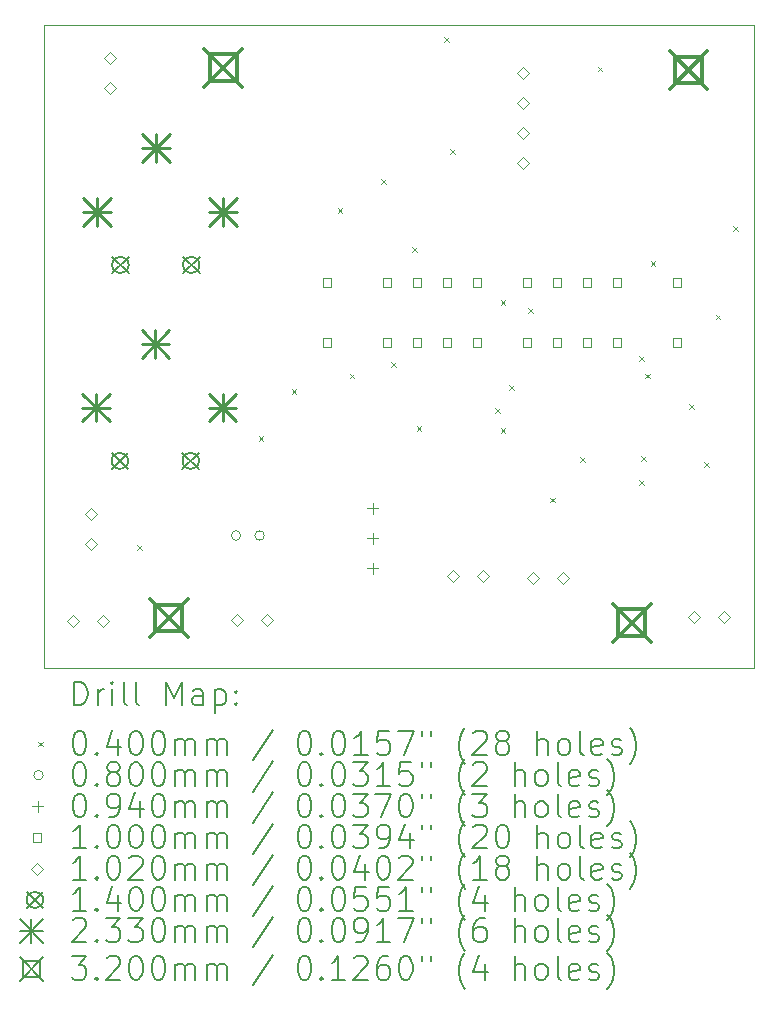
<source format=gbr>
%TF.GenerationSoftware,KiCad,Pcbnew,8.0.2*%
%TF.CreationDate,2024-06-17T10:51:36+02:00*%
%TF.ProjectId,AMS_IMD_Reset,414d535f-494d-4445-9f52-657365742e6b,rev?*%
%TF.SameCoordinates,Original*%
%TF.FileFunction,Drillmap*%
%TF.FilePolarity,Positive*%
%FSLAX45Y45*%
G04 Gerber Fmt 4.5, Leading zero omitted, Abs format (unit mm)*
G04 Created by KiCad (PCBNEW 8.0.2) date 2024-06-17 10:51:36*
%MOMM*%
%LPD*%
G01*
G04 APERTURE LIST*
%ADD10C,0.100000*%
%ADD11C,0.200000*%
%ADD12C,0.102000*%
%ADD13C,0.140000*%
%ADD14C,0.233000*%
%ADD15C,0.320000*%
G04 APERTURE END LIST*
D10*
X14441220Y-6675120D02*
X20452040Y-6675120D01*
X20452040Y-12120880D01*
X14441220Y-12120880D01*
X14441220Y-6675120D01*
D11*
D10*
X15230000Y-11080000D02*
X15270000Y-11120000D01*
X15270000Y-11080000D02*
X15230000Y-11120000D01*
X16260000Y-10160000D02*
X16300000Y-10200000D01*
X16300000Y-10160000D02*
X16260000Y-10200000D01*
X16540604Y-9759090D02*
X16580604Y-9799090D01*
X16580604Y-9759090D02*
X16540604Y-9799090D01*
X16930000Y-8230000D02*
X16970000Y-8270000D01*
X16970000Y-8230000D02*
X16930000Y-8270000D01*
X17030000Y-9630000D02*
X17070000Y-9670000D01*
X17070000Y-9630000D02*
X17030000Y-9670000D01*
X17297720Y-7986080D02*
X17337720Y-8026080D01*
X17337720Y-7986080D02*
X17297720Y-8026080D01*
X17380000Y-9530000D02*
X17420000Y-9570000D01*
X17420000Y-9530000D02*
X17380000Y-9570000D01*
X17561880Y-8560120D02*
X17601880Y-8600120D01*
X17601880Y-8560120D02*
X17561880Y-8600120D01*
X17598486Y-10077875D02*
X17638486Y-10117875D01*
X17638486Y-10077875D02*
X17598486Y-10117875D01*
X17830000Y-6780000D02*
X17870000Y-6820000D01*
X17870000Y-6780000D02*
X17830000Y-6820000D01*
X17880000Y-7730000D02*
X17920000Y-7770000D01*
X17920000Y-7730000D02*
X17880000Y-7770000D01*
X18262920Y-9924040D02*
X18302920Y-9964040D01*
X18302920Y-9924040D02*
X18262920Y-9964040D01*
X18308640Y-9007160D02*
X18348640Y-9047160D01*
X18348640Y-9007160D02*
X18308640Y-9047160D01*
X18308640Y-10089200D02*
X18348640Y-10129200D01*
X18348640Y-10089200D02*
X18308640Y-10129200D01*
X18380000Y-9730000D02*
X18420000Y-9770000D01*
X18420000Y-9730000D02*
X18380000Y-9770000D01*
X18542320Y-9078280D02*
X18582320Y-9118280D01*
X18582320Y-9078280D02*
X18542320Y-9118280D01*
X18730000Y-10680000D02*
X18770000Y-10720000D01*
X18770000Y-10680000D02*
X18730000Y-10720000D01*
X18984280Y-10338120D02*
X19024280Y-10378120D01*
X19024280Y-10338120D02*
X18984280Y-10378120D01*
X19130000Y-7030000D02*
X19170000Y-7070000D01*
X19170000Y-7030000D02*
X19130000Y-7070000D01*
X19480000Y-9480000D02*
X19520000Y-9520000D01*
X19520000Y-9480000D02*
X19480000Y-9520000D01*
X19480000Y-10530000D02*
X19520000Y-10570000D01*
X19520000Y-10530000D02*
X19480000Y-10570000D01*
X19497360Y-10327960D02*
X19537360Y-10367960D01*
X19537360Y-10327960D02*
X19497360Y-10367960D01*
X19530000Y-9630000D02*
X19570000Y-9670000D01*
X19570000Y-9630000D02*
X19530000Y-9670000D01*
X19580000Y-8680000D02*
X19620000Y-8720000D01*
X19620000Y-8680000D02*
X19580000Y-8720000D01*
X19903760Y-9886000D02*
X19943760Y-9926000D01*
X19943760Y-9886000D02*
X19903760Y-9926000D01*
X20030000Y-10380000D02*
X20070000Y-10420000D01*
X20070000Y-10380000D02*
X20030000Y-10420000D01*
X20130000Y-9130000D02*
X20170000Y-9170000D01*
X20170000Y-9130000D02*
X20130000Y-9170000D01*
X20280000Y-8380000D02*
X20320000Y-8420000D01*
X20320000Y-8380000D02*
X20280000Y-8420000D01*
X16108040Y-11000740D02*
G75*
G02*
X16028040Y-11000740I-40000J0D01*
G01*
X16028040Y-11000740D02*
G75*
G02*
X16108040Y-11000740I40000J0D01*
G01*
X16308040Y-11000740D02*
G75*
G02*
X16228040Y-11000740I-40000J0D01*
G01*
X16228040Y-11000740D02*
G75*
G02*
X16308040Y-11000740I40000J0D01*
G01*
X17226280Y-10722600D02*
X17226280Y-10816600D01*
X17179280Y-10769600D02*
X17273280Y-10769600D01*
X17226280Y-10976600D02*
X17226280Y-11070600D01*
X17179280Y-11023600D02*
X17273280Y-11023600D01*
X17226280Y-11230600D02*
X17226280Y-11324600D01*
X17179280Y-11277600D02*
X17273280Y-11277600D01*
X16875556Y-8894876D02*
X16875556Y-8824164D01*
X16804844Y-8824164D01*
X16804844Y-8894876D01*
X16875556Y-8894876D01*
X16875556Y-9402876D02*
X16875556Y-9332164D01*
X16804844Y-9332164D01*
X16804844Y-9402876D01*
X16875556Y-9402876D01*
X17383556Y-8894876D02*
X17383556Y-8824164D01*
X17312844Y-8824164D01*
X17312844Y-8894876D01*
X17383556Y-8894876D01*
X17383556Y-9402876D02*
X17383556Y-9332164D01*
X17312844Y-9332164D01*
X17312844Y-9402876D01*
X17383556Y-9402876D01*
X17637556Y-8894876D02*
X17637556Y-8824164D01*
X17566844Y-8824164D01*
X17566844Y-8894876D01*
X17637556Y-8894876D01*
X17637556Y-9402876D02*
X17637556Y-9332164D01*
X17566844Y-9332164D01*
X17566844Y-9402876D01*
X17637556Y-9402876D01*
X17891556Y-8894876D02*
X17891556Y-8824164D01*
X17820844Y-8824164D01*
X17820844Y-8894876D01*
X17891556Y-8894876D01*
X17891556Y-9402876D02*
X17891556Y-9332164D01*
X17820844Y-9332164D01*
X17820844Y-9402876D01*
X17891556Y-9402876D01*
X18145556Y-8894876D02*
X18145556Y-8824164D01*
X18074844Y-8824164D01*
X18074844Y-8894876D01*
X18145556Y-8894876D01*
X18145556Y-9402876D02*
X18145556Y-9332164D01*
X18074844Y-9332164D01*
X18074844Y-9402876D01*
X18145556Y-9402876D01*
X18567196Y-8894876D02*
X18567196Y-8824164D01*
X18496484Y-8824164D01*
X18496484Y-8894876D01*
X18567196Y-8894876D01*
X18567196Y-9402876D02*
X18567196Y-9332164D01*
X18496484Y-9332164D01*
X18496484Y-9402876D01*
X18567196Y-9402876D01*
X18821196Y-8894876D02*
X18821196Y-8824164D01*
X18750484Y-8824164D01*
X18750484Y-8894876D01*
X18821196Y-8894876D01*
X18821196Y-9402876D02*
X18821196Y-9332164D01*
X18750484Y-9332164D01*
X18750484Y-9402876D01*
X18821196Y-9402876D01*
X19075196Y-8894876D02*
X19075196Y-8824164D01*
X19004484Y-8824164D01*
X19004484Y-8894876D01*
X19075196Y-8894876D01*
X19075196Y-9402876D02*
X19075196Y-9332164D01*
X19004484Y-9332164D01*
X19004484Y-9402876D01*
X19075196Y-9402876D01*
X19329196Y-8894876D02*
X19329196Y-8824164D01*
X19258484Y-8824164D01*
X19258484Y-8894876D01*
X19329196Y-8894876D01*
X19329196Y-9402876D02*
X19329196Y-9332164D01*
X19258484Y-9332164D01*
X19258484Y-9402876D01*
X19329196Y-9402876D01*
X19837196Y-8894876D02*
X19837196Y-8824164D01*
X19766484Y-8824164D01*
X19766484Y-8894876D01*
X19837196Y-8894876D01*
X19837196Y-9402876D02*
X19837196Y-9332164D01*
X19766484Y-9332164D01*
X19766484Y-9402876D01*
X19837196Y-9402876D01*
D12*
X14689500Y-11778500D02*
X14740500Y-11727500D01*
X14689500Y-11676500D01*
X14638500Y-11727500D01*
X14689500Y-11778500D01*
X14840000Y-10871000D02*
X14891000Y-10820000D01*
X14840000Y-10769000D01*
X14789000Y-10820000D01*
X14840000Y-10871000D01*
X14840000Y-11125000D02*
X14891000Y-11074000D01*
X14840000Y-11023000D01*
X14789000Y-11074000D01*
X14840000Y-11125000D01*
X14943500Y-11778500D02*
X14994500Y-11727500D01*
X14943500Y-11676500D01*
X14892500Y-11727500D01*
X14943500Y-11778500D01*
X15000000Y-7011000D02*
X15051000Y-6960000D01*
X15000000Y-6909000D01*
X14949000Y-6960000D01*
X15000000Y-7011000D01*
X15000000Y-7265000D02*
X15051000Y-7214000D01*
X15000000Y-7163000D01*
X14949000Y-7214000D01*
X15000000Y-7265000D01*
X16080000Y-11763500D02*
X16131000Y-11712500D01*
X16080000Y-11661500D01*
X16029000Y-11712500D01*
X16080000Y-11763500D01*
X16334000Y-11763500D02*
X16385000Y-11712500D01*
X16334000Y-11661500D01*
X16283000Y-11712500D01*
X16334000Y-11763500D01*
X17901920Y-11397120D02*
X17952920Y-11346120D01*
X17901920Y-11295120D01*
X17850920Y-11346120D01*
X17901920Y-11397120D01*
X18155920Y-11397120D02*
X18206920Y-11346120D01*
X18155920Y-11295120D01*
X18104920Y-11346120D01*
X18155920Y-11397120D01*
X18496280Y-7137600D02*
X18547280Y-7086600D01*
X18496280Y-7035600D01*
X18445280Y-7086600D01*
X18496280Y-7137600D01*
X18496280Y-7391600D02*
X18547280Y-7340600D01*
X18496280Y-7289600D01*
X18445280Y-7340600D01*
X18496280Y-7391600D01*
X18496280Y-7645600D02*
X18547280Y-7594600D01*
X18496280Y-7543600D01*
X18445280Y-7594600D01*
X18496280Y-7645600D01*
X18496280Y-7899600D02*
X18547280Y-7848600D01*
X18496280Y-7797600D01*
X18445280Y-7848600D01*
X18496280Y-7899600D01*
X18580000Y-11411000D02*
X18631000Y-11360000D01*
X18580000Y-11309000D01*
X18529000Y-11360000D01*
X18580000Y-11411000D01*
X18834000Y-11411000D02*
X18885000Y-11360000D01*
X18834000Y-11309000D01*
X18783000Y-11360000D01*
X18834000Y-11411000D01*
X19949500Y-11743500D02*
X20000500Y-11692500D01*
X19949500Y-11641500D01*
X19898500Y-11692500D01*
X19949500Y-11743500D01*
X20203500Y-11743500D02*
X20254500Y-11692500D01*
X20203500Y-11641500D01*
X20152500Y-11692500D01*
X20203500Y-11743500D01*
D13*
X15015050Y-10298640D02*
X15155050Y-10438640D01*
X15155050Y-10298640D02*
X15015050Y-10438640D01*
X15155050Y-10368640D02*
G75*
G02*
X15015050Y-10368640I-70000J0D01*
G01*
X15015050Y-10368640D02*
G75*
G02*
X15155050Y-10368640I70000J0D01*
G01*
X15020000Y-8640000D02*
X15160000Y-8780000D01*
X15160000Y-8640000D02*
X15020000Y-8780000D01*
X15160000Y-8710000D02*
G75*
G02*
X15020000Y-8710000I-70000J0D01*
G01*
X15020000Y-8710000D02*
G75*
G02*
X15160000Y-8710000I70000J0D01*
G01*
X15615050Y-10298640D02*
X15755050Y-10438640D01*
X15755050Y-10298640D02*
X15615050Y-10438640D01*
X15755050Y-10368640D02*
G75*
G02*
X15615050Y-10368640I-70000J0D01*
G01*
X15615050Y-10368640D02*
G75*
G02*
X15755050Y-10368640I70000J0D01*
G01*
X15620000Y-8640000D02*
X15760000Y-8780000D01*
X15760000Y-8640000D02*
X15620000Y-8780000D01*
X15760000Y-8710000D02*
G75*
G02*
X15620000Y-8710000I-70000J0D01*
G01*
X15620000Y-8710000D02*
G75*
G02*
X15760000Y-8710000I70000J0D01*
G01*
D14*
X14768550Y-9802140D02*
X15001550Y-10035140D01*
X15001550Y-9802140D02*
X14768550Y-10035140D01*
X14885050Y-9802140D02*
X14885050Y-10035140D01*
X14768550Y-9918640D02*
X15001550Y-9918640D01*
X14773500Y-8143500D02*
X15006500Y-8376500D01*
X15006500Y-8143500D02*
X14773500Y-8376500D01*
X14890000Y-8143500D02*
X14890000Y-8376500D01*
X14773500Y-8260000D02*
X15006500Y-8260000D01*
X15268550Y-9262140D02*
X15501550Y-9495140D01*
X15501550Y-9262140D02*
X15268550Y-9495140D01*
X15385050Y-9262140D02*
X15385050Y-9495140D01*
X15268550Y-9378640D02*
X15501550Y-9378640D01*
X15273500Y-7603500D02*
X15506500Y-7836500D01*
X15506500Y-7603500D02*
X15273500Y-7836500D01*
X15390000Y-7603500D02*
X15390000Y-7836500D01*
X15273500Y-7720000D02*
X15506500Y-7720000D01*
X15838550Y-9802140D02*
X16071550Y-10035140D01*
X16071550Y-9802140D02*
X15838550Y-10035140D01*
X15955050Y-9802140D02*
X15955050Y-10035140D01*
X15838550Y-9918640D02*
X16071550Y-9918640D01*
X15843500Y-8143500D02*
X16076500Y-8376500D01*
X16076500Y-8143500D02*
X15843500Y-8376500D01*
X15960000Y-8143500D02*
X15960000Y-8376500D01*
X15843500Y-8260000D02*
X16076500Y-8260000D01*
D15*
X15340000Y-11540000D02*
X15660000Y-11860000D01*
X15660000Y-11540000D02*
X15340000Y-11860000D01*
X15613138Y-11813138D02*
X15613138Y-11586862D01*
X15386862Y-11586862D01*
X15386862Y-11813138D01*
X15613138Y-11813138D01*
X15800000Y-6880000D02*
X16120000Y-7200000D01*
X16120000Y-6880000D02*
X15800000Y-7200000D01*
X16073138Y-7153138D02*
X16073138Y-6926862D01*
X15846862Y-6926862D01*
X15846862Y-7153138D01*
X16073138Y-7153138D01*
X19260000Y-11580000D02*
X19580000Y-11900000D01*
X19580000Y-11580000D02*
X19260000Y-11900000D01*
X19533138Y-11853138D02*
X19533138Y-11626862D01*
X19306862Y-11626862D01*
X19306862Y-11853138D01*
X19533138Y-11853138D01*
X19740000Y-6900000D02*
X20060000Y-7220000D01*
X20060000Y-6900000D02*
X19740000Y-7220000D01*
X20013138Y-7173138D02*
X20013138Y-6946862D01*
X19786862Y-6946862D01*
X19786862Y-7173138D01*
X20013138Y-7173138D01*
D11*
X14696997Y-12437364D02*
X14696997Y-12237364D01*
X14696997Y-12237364D02*
X14744616Y-12237364D01*
X14744616Y-12237364D02*
X14773187Y-12246888D01*
X14773187Y-12246888D02*
X14792235Y-12265935D01*
X14792235Y-12265935D02*
X14801759Y-12284983D01*
X14801759Y-12284983D02*
X14811282Y-12323078D01*
X14811282Y-12323078D02*
X14811282Y-12351649D01*
X14811282Y-12351649D02*
X14801759Y-12389745D01*
X14801759Y-12389745D02*
X14792235Y-12408792D01*
X14792235Y-12408792D02*
X14773187Y-12427840D01*
X14773187Y-12427840D02*
X14744616Y-12437364D01*
X14744616Y-12437364D02*
X14696997Y-12437364D01*
X14896997Y-12437364D02*
X14896997Y-12304030D01*
X14896997Y-12342126D02*
X14906521Y-12323078D01*
X14906521Y-12323078D02*
X14916044Y-12313554D01*
X14916044Y-12313554D02*
X14935092Y-12304030D01*
X14935092Y-12304030D02*
X14954140Y-12304030D01*
X15020806Y-12437364D02*
X15020806Y-12304030D01*
X15020806Y-12237364D02*
X15011282Y-12246888D01*
X15011282Y-12246888D02*
X15020806Y-12256411D01*
X15020806Y-12256411D02*
X15030330Y-12246888D01*
X15030330Y-12246888D02*
X15020806Y-12237364D01*
X15020806Y-12237364D02*
X15020806Y-12256411D01*
X15144616Y-12437364D02*
X15125568Y-12427840D01*
X15125568Y-12427840D02*
X15116044Y-12408792D01*
X15116044Y-12408792D02*
X15116044Y-12237364D01*
X15249378Y-12437364D02*
X15230330Y-12427840D01*
X15230330Y-12427840D02*
X15220806Y-12408792D01*
X15220806Y-12408792D02*
X15220806Y-12237364D01*
X15477949Y-12437364D02*
X15477949Y-12237364D01*
X15477949Y-12237364D02*
X15544616Y-12380221D01*
X15544616Y-12380221D02*
X15611282Y-12237364D01*
X15611282Y-12237364D02*
X15611282Y-12437364D01*
X15792235Y-12437364D02*
X15792235Y-12332602D01*
X15792235Y-12332602D02*
X15782711Y-12313554D01*
X15782711Y-12313554D02*
X15763663Y-12304030D01*
X15763663Y-12304030D02*
X15725568Y-12304030D01*
X15725568Y-12304030D02*
X15706521Y-12313554D01*
X15792235Y-12427840D02*
X15773187Y-12437364D01*
X15773187Y-12437364D02*
X15725568Y-12437364D01*
X15725568Y-12437364D02*
X15706521Y-12427840D01*
X15706521Y-12427840D02*
X15696997Y-12408792D01*
X15696997Y-12408792D02*
X15696997Y-12389745D01*
X15696997Y-12389745D02*
X15706521Y-12370697D01*
X15706521Y-12370697D02*
X15725568Y-12361173D01*
X15725568Y-12361173D02*
X15773187Y-12361173D01*
X15773187Y-12361173D02*
X15792235Y-12351649D01*
X15887473Y-12304030D02*
X15887473Y-12504030D01*
X15887473Y-12313554D02*
X15906521Y-12304030D01*
X15906521Y-12304030D02*
X15944616Y-12304030D01*
X15944616Y-12304030D02*
X15963663Y-12313554D01*
X15963663Y-12313554D02*
X15973187Y-12323078D01*
X15973187Y-12323078D02*
X15982711Y-12342126D01*
X15982711Y-12342126D02*
X15982711Y-12399268D01*
X15982711Y-12399268D02*
X15973187Y-12418316D01*
X15973187Y-12418316D02*
X15963663Y-12427840D01*
X15963663Y-12427840D02*
X15944616Y-12437364D01*
X15944616Y-12437364D02*
X15906521Y-12437364D01*
X15906521Y-12437364D02*
X15887473Y-12427840D01*
X16068425Y-12418316D02*
X16077949Y-12427840D01*
X16077949Y-12427840D02*
X16068425Y-12437364D01*
X16068425Y-12437364D02*
X16058902Y-12427840D01*
X16058902Y-12427840D02*
X16068425Y-12418316D01*
X16068425Y-12418316D02*
X16068425Y-12437364D01*
X16068425Y-12313554D02*
X16077949Y-12323078D01*
X16077949Y-12323078D02*
X16068425Y-12332602D01*
X16068425Y-12332602D02*
X16058902Y-12323078D01*
X16058902Y-12323078D02*
X16068425Y-12313554D01*
X16068425Y-12313554D02*
X16068425Y-12332602D01*
D10*
X14396220Y-12745880D02*
X14436220Y-12785880D01*
X14436220Y-12745880D02*
X14396220Y-12785880D01*
D11*
X14735092Y-12657364D02*
X14754140Y-12657364D01*
X14754140Y-12657364D02*
X14773187Y-12666888D01*
X14773187Y-12666888D02*
X14782711Y-12676411D01*
X14782711Y-12676411D02*
X14792235Y-12695459D01*
X14792235Y-12695459D02*
X14801759Y-12733554D01*
X14801759Y-12733554D02*
X14801759Y-12781173D01*
X14801759Y-12781173D02*
X14792235Y-12819268D01*
X14792235Y-12819268D02*
X14782711Y-12838316D01*
X14782711Y-12838316D02*
X14773187Y-12847840D01*
X14773187Y-12847840D02*
X14754140Y-12857364D01*
X14754140Y-12857364D02*
X14735092Y-12857364D01*
X14735092Y-12857364D02*
X14716044Y-12847840D01*
X14716044Y-12847840D02*
X14706521Y-12838316D01*
X14706521Y-12838316D02*
X14696997Y-12819268D01*
X14696997Y-12819268D02*
X14687473Y-12781173D01*
X14687473Y-12781173D02*
X14687473Y-12733554D01*
X14687473Y-12733554D02*
X14696997Y-12695459D01*
X14696997Y-12695459D02*
X14706521Y-12676411D01*
X14706521Y-12676411D02*
X14716044Y-12666888D01*
X14716044Y-12666888D02*
X14735092Y-12657364D01*
X14887473Y-12838316D02*
X14896997Y-12847840D01*
X14896997Y-12847840D02*
X14887473Y-12857364D01*
X14887473Y-12857364D02*
X14877949Y-12847840D01*
X14877949Y-12847840D02*
X14887473Y-12838316D01*
X14887473Y-12838316D02*
X14887473Y-12857364D01*
X15068425Y-12724030D02*
X15068425Y-12857364D01*
X15020806Y-12647840D02*
X14973187Y-12790697D01*
X14973187Y-12790697D02*
X15096997Y-12790697D01*
X15211282Y-12657364D02*
X15230330Y-12657364D01*
X15230330Y-12657364D02*
X15249378Y-12666888D01*
X15249378Y-12666888D02*
X15258902Y-12676411D01*
X15258902Y-12676411D02*
X15268425Y-12695459D01*
X15268425Y-12695459D02*
X15277949Y-12733554D01*
X15277949Y-12733554D02*
X15277949Y-12781173D01*
X15277949Y-12781173D02*
X15268425Y-12819268D01*
X15268425Y-12819268D02*
X15258902Y-12838316D01*
X15258902Y-12838316D02*
X15249378Y-12847840D01*
X15249378Y-12847840D02*
X15230330Y-12857364D01*
X15230330Y-12857364D02*
X15211282Y-12857364D01*
X15211282Y-12857364D02*
X15192235Y-12847840D01*
X15192235Y-12847840D02*
X15182711Y-12838316D01*
X15182711Y-12838316D02*
X15173187Y-12819268D01*
X15173187Y-12819268D02*
X15163663Y-12781173D01*
X15163663Y-12781173D02*
X15163663Y-12733554D01*
X15163663Y-12733554D02*
X15173187Y-12695459D01*
X15173187Y-12695459D02*
X15182711Y-12676411D01*
X15182711Y-12676411D02*
X15192235Y-12666888D01*
X15192235Y-12666888D02*
X15211282Y-12657364D01*
X15401759Y-12657364D02*
X15420806Y-12657364D01*
X15420806Y-12657364D02*
X15439854Y-12666888D01*
X15439854Y-12666888D02*
X15449378Y-12676411D01*
X15449378Y-12676411D02*
X15458902Y-12695459D01*
X15458902Y-12695459D02*
X15468425Y-12733554D01*
X15468425Y-12733554D02*
X15468425Y-12781173D01*
X15468425Y-12781173D02*
X15458902Y-12819268D01*
X15458902Y-12819268D02*
X15449378Y-12838316D01*
X15449378Y-12838316D02*
X15439854Y-12847840D01*
X15439854Y-12847840D02*
X15420806Y-12857364D01*
X15420806Y-12857364D02*
X15401759Y-12857364D01*
X15401759Y-12857364D02*
X15382711Y-12847840D01*
X15382711Y-12847840D02*
X15373187Y-12838316D01*
X15373187Y-12838316D02*
X15363663Y-12819268D01*
X15363663Y-12819268D02*
X15354140Y-12781173D01*
X15354140Y-12781173D02*
X15354140Y-12733554D01*
X15354140Y-12733554D02*
X15363663Y-12695459D01*
X15363663Y-12695459D02*
X15373187Y-12676411D01*
X15373187Y-12676411D02*
X15382711Y-12666888D01*
X15382711Y-12666888D02*
X15401759Y-12657364D01*
X15554140Y-12857364D02*
X15554140Y-12724030D01*
X15554140Y-12743078D02*
X15563663Y-12733554D01*
X15563663Y-12733554D02*
X15582711Y-12724030D01*
X15582711Y-12724030D02*
X15611283Y-12724030D01*
X15611283Y-12724030D02*
X15630330Y-12733554D01*
X15630330Y-12733554D02*
X15639854Y-12752602D01*
X15639854Y-12752602D02*
X15639854Y-12857364D01*
X15639854Y-12752602D02*
X15649378Y-12733554D01*
X15649378Y-12733554D02*
X15668425Y-12724030D01*
X15668425Y-12724030D02*
X15696997Y-12724030D01*
X15696997Y-12724030D02*
X15716044Y-12733554D01*
X15716044Y-12733554D02*
X15725568Y-12752602D01*
X15725568Y-12752602D02*
X15725568Y-12857364D01*
X15820806Y-12857364D02*
X15820806Y-12724030D01*
X15820806Y-12743078D02*
X15830330Y-12733554D01*
X15830330Y-12733554D02*
X15849378Y-12724030D01*
X15849378Y-12724030D02*
X15877949Y-12724030D01*
X15877949Y-12724030D02*
X15896997Y-12733554D01*
X15896997Y-12733554D02*
X15906521Y-12752602D01*
X15906521Y-12752602D02*
X15906521Y-12857364D01*
X15906521Y-12752602D02*
X15916044Y-12733554D01*
X15916044Y-12733554D02*
X15935092Y-12724030D01*
X15935092Y-12724030D02*
X15963663Y-12724030D01*
X15963663Y-12724030D02*
X15982711Y-12733554D01*
X15982711Y-12733554D02*
X15992235Y-12752602D01*
X15992235Y-12752602D02*
X15992235Y-12857364D01*
X16382711Y-12647840D02*
X16211283Y-12904983D01*
X16639854Y-12657364D02*
X16658902Y-12657364D01*
X16658902Y-12657364D02*
X16677949Y-12666888D01*
X16677949Y-12666888D02*
X16687473Y-12676411D01*
X16687473Y-12676411D02*
X16696997Y-12695459D01*
X16696997Y-12695459D02*
X16706521Y-12733554D01*
X16706521Y-12733554D02*
X16706521Y-12781173D01*
X16706521Y-12781173D02*
X16696997Y-12819268D01*
X16696997Y-12819268D02*
X16687473Y-12838316D01*
X16687473Y-12838316D02*
X16677949Y-12847840D01*
X16677949Y-12847840D02*
X16658902Y-12857364D01*
X16658902Y-12857364D02*
X16639854Y-12857364D01*
X16639854Y-12857364D02*
X16620806Y-12847840D01*
X16620806Y-12847840D02*
X16611283Y-12838316D01*
X16611283Y-12838316D02*
X16601759Y-12819268D01*
X16601759Y-12819268D02*
X16592235Y-12781173D01*
X16592235Y-12781173D02*
X16592235Y-12733554D01*
X16592235Y-12733554D02*
X16601759Y-12695459D01*
X16601759Y-12695459D02*
X16611283Y-12676411D01*
X16611283Y-12676411D02*
X16620806Y-12666888D01*
X16620806Y-12666888D02*
X16639854Y-12657364D01*
X16792235Y-12838316D02*
X16801759Y-12847840D01*
X16801759Y-12847840D02*
X16792235Y-12857364D01*
X16792235Y-12857364D02*
X16782711Y-12847840D01*
X16782711Y-12847840D02*
X16792235Y-12838316D01*
X16792235Y-12838316D02*
X16792235Y-12857364D01*
X16925568Y-12657364D02*
X16944616Y-12657364D01*
X16944616Y-12657364D02*
X16963664Y-12666888D01*
X16963664Y-12666888D02*
X16973188Y-12676411D01*
X16973188Y-12676411D02*
X16982711Y-12695459D01*
X16982711Y-12695459D02*
X16992235Y-12733554D01*
X16992235Y-12733554D02*
X16992235Y-12781173D01*
X16992235Y-12781173D02*
X16982711Y-12819268D01*
X16982711Y-12819268D02*
X16973188Y-12838316D01*
X16973188Y-12838316D02*
X16963664Y-12847840D01*
X16963664Y-12847840D02*
X16944616Y-12857364D01*
X16944616Y-12857364D02*
X16925568Y-12857364D01*
X16925568Y-12857364D02*
X16906521Y-12847840D01*
X16906521Y-12847840D02*
X16896997Y-12838316D01*
X16896997Y-12838316D02*
X16887473Y-12819268D01*
X16887473Y-12819268D02*
X16877949Y-12781173D01*
X16877949Y-12781173D02*
X16877949Y-12733554D01*
X16877949Y-12733554D02*
X16887473Y-12695459D01*
X16887473Y-12695459D02*
X16896997Y-12676411D01*
X16896997Y-12676411D02*
X16906521Y-12666888D01*
X16906521Y-12666888D02*
X16925568Y-12657364D01*
X17182711Y-12857364D02*
X17068426Y-12857364D01*
X17125568Y-12857364D02*
X17125568Y-12657364D01*
X17125568Y-12657364D02*
X17106521Y-12685935D01*
X17106521Y-12685935D02*
X17087473Y-12704983D01*
X17087473Y-12704983D02*
X17068426Y-12714507D01*
X17363664Y-12657364D02*
X17268426Y-12657364D01*
X17268426Y-12657364D02*
X17258902Y-12752602D01*
X17258902Y-12752602D02*
X17268426Y-12743078D01*
X17268426Y-12743078D02*
X17287473Y-12733554D01*
X17287473Y-12733554D02*
X17335092Y-12733554D01*
X17335092Y-12733554D02*
X17354140Y-12743078D01*
X17354140Y-12743078D02*
X17363664Y-12752602D01*
X17363664Y-12752602D02*
X17373188Y-12771649D01*
X17373188Y-12771649D02*
X17373188Y-12819268D01*
X17373188Y-12819268D02*
X17363664Y-12838316D01*
X17363664Y-12838316D02*
X17354140Y-12847840D01*
X17354140Y-12847840D02*
X17335092Y-12857364D01*
X17335092Y-12857364D02*
X17287473Y-12857364D01*
X17287473Y-12857364D02*
X17268426Y-12847840D01*
X17268426Y-12847840D02*
X17258902Y-12838316D01*
X17439854Y-12657364D02*
X17573188Y-12657364D01*
X17573188Y-12657364D02*
X17487473Y-12857364D01*
X17639854Y-12657364D02*
X17639854Y-12695459D01*
X17716045Y-12657364D02*
X17716045Y-12695459D01*
X18011283Y-12933554D02*
X18001759Y-12924030D01*
X18001759Y-12924030D02*
X17982711Y-12895459D01*
X17982711Y-12895459D02*
X17973188Y-12876411D01*
X17973188Y-12876411D02*
X17963664Y-12847840D01*
X17963664Y-12847840D02*
X17954140Y-12800221D01*
X17954140Y-12800221D02*
X17954140Y-12762126D01*
X17954140Y-12762126D02*
X17963664Y-12714507D01*
X17963664Y-12714507D02*
X17973188Y-12685935D01*
X17973188Y-12685935D02*
X17982711Y-12666888D01*
X17982711Y-12666888D02*
X18001759Y-12638316D01*
X18001759Y-12638316D02*
X18011283Y-12628792D01*
X18077950Y-12676411D02*
X18087473Y-12666888D01*
X18087473Y-12666888D02*
X18106521Y-12657364D01*
X18106521Y-12657364D02*
X18154140Y-12657364D01*
X18154140Y-12657364D02*
X18173188Y-12666888D01*
X18173188Y-12666888D02*
X18182711Y-12676411D01*
X18182711Y-12676411D02*
X18192235Y-12695459D01*
X18192235Y-12695459D02*
X18192235Y-12714507D01*
X18192235Y-12714507D02*
X18182711Y-12743078D01*
X18182711Y-12743078D02*
X18068426Y-12857364D01*
X18068426Y-12857364D02*
X18192235Y-12857364D01*
X18306521Y-12743078D02*
X18287473Y-12733554D01*
X18287473Y-12733554D02*
X18277950Y-12724030D01*
X18277950Y-12724030D02*
X18268426Y-12704983D01*
X18268426Y-12704983D02*
X18268426Y-12695459D01*
X18268426Y-12695459D02*
X18277950Y-12676411D01*
X18277950Y-12676411D02*
X18287473Y-12666888D01*
X18287473Y-12666888D02*
X18306521Y-12657364D01*
X18306521Y-12657364D02*
X18344616Y-12657364D01*
X18344616Y-12657364D02*
X18363664Y-12666888D01*
X18363664Y-12666888D02*
X18373188Y-12676411D01*
X18373188Y-12676411D02*
X18382711Y-12695459D01*
X18382711Y-12695459D02*
X18382711Y-12704983D01*
X18382711Y-12704983D02*
X18373188Y-12724030D01*
X18373188Y-12724030D02*
X18363664Y-12733554D01*
X18363664Y-12733554D02*
X18344616Y-12743078D01*
X18344616Y-12743078D02*
X18306521Y-12743078D01*
X18306521Y-12743078D02*
X18287473Y-12752602D01*
X18287473Y-12752602D02*
X18277950Y-12762126D01*
X18277950Y-12762126D02*
X18268426Y-12781173D01*
X18268426Y-12781173D02*
X18268426Y-12819268D01*
X18268426Y-12819268D02*
X18277950Y-12838316D01*
X18277950Y-12838316D02*
X18287473Y-12847840D01*
X18287473Y-12847840D02*
X18306521Y-12857364D01*
X18306521Y-12857364D02*
X18344616Y-12857364D01*
X18344616Y-12857364D02*
X18363664Y-12847840D01*
X18363664Y-12847840D02*
X18373188Y-12838316D01*
X18373188Y-12838316D02*
X18382711Y-12819268D01*
X18382711Y-12819268D02*
X18382711Y-12781173D01*
X18382711Y-12781173D02*
X18373188Y-12762126D01*
X18373188Y-12762126D02*
X18363664Y-12752602D01*
X18363664Y-12752602D02*
X18344616Y-12743078D01*
X18620807Y-12857364D02*
X18620807Y-12657364D01*
X18706521Y-12857364D02*
X18706521Y-12752602D01*
X18706521Y-12752602D02*
X18696997Y-12733554D01*
X18696997Y-12733554D02*
X18677950Y-12724030D01*
X18677950Y-12724030D02*
X18649378Y-12724030D01*
X18649378Y-12724030D02*
X18630331Y-12733554D01*
X18630331Y-12733554D02*
X18620807Y-12743078D01*
X18830331Y-12857364D02*
X18811283Y-12847840D01*
X18811283Y-12847840D02*
X18801759Y-12838316D01*
X18801759Y-12838316D02*
X18792235Y-12819268D01*
X18792235Y-12819268D02*
X18792235Y-12762126D01*
X18792235Y-12762126D02*
X18801759Y-12743078D01*
X18801759Y-12743078D02*
X18811283Y-12733554D01*
X18811283Y-12733554D02*
X18830331Y-12724030D01*
X18830331Y-12724030D02*
X18858902Y-12724030D01*
X18858902Y-12724030D02*
X18877950Y-12733554D01*
X18877950Y-12733554D02*
X18887473Y-12743078D01*
X18887473Y-12743078D02*
X18896997Y-12762126D01*
X18896997Y-12762126D02*
X18896997Y-12819268D01*
X18896997Y-12819268D02*
X18887473Y-12838316D01*
X18887473Y-12838316D02*
X18877950Y-12847840D01*
X18877950Y-12847840D02*
X18858902Y-12857364D01*
X18858902Y-12857364D02*
X18830331Y-12857364D01*
X19011283Y-12857364D02*
X18992235Y-12847840D01*
X18992235Y-12847840D02*
X18982712Y-12828792D01*
X18982712Y-12828792D02*
X18982712Y-12657364D01*
X19163664Y-12847840D02*
X19144616Y-12857364D01*
X19144616Y-12857364D02*
X19106521Y-12857364D01*
X19106521Y-12857364D02*
X19087473Y-12847840D01*
X19087473Y-12847840D02*
X19077950Y-12828792D01*
X19077950Y-12828792D02*
X19077950Y-12752602D01*
X19077950Y-12752602D02*
X19087473Y-12733554D01*
X19087473Y-12733554D02*
X19106521Y-12724030D01*
X19106521Y-12724030D02*
X19144616Y-12724030D01*
X19144616Y-12724030D02*
X19163664Y-12733554D01*
X19163664Y-12733554D02*
X19173188Y-12752602D01*
X19173188Y-12752602D02*
X19173188Y-12771649D01*
X19173188Y-12771649D02*
X19077950Y-12790697D01*
X19249378Y-12847840D02*
X19268426Y-12857364D01*
X19268426Y-12857364D02*
X19306521Y-12857364D01*
X19306521Y-12857364D02*
X19325569Y-12847840D01*
X19325569Y-12847840D02*
X19335093Y-12828792D01*
X19335093Y-12828792D02*
X19335093Y-12819268D01*
X19335093Y-12819268D02*
X19325569Y-12800221D01*
X19325569Y-12800221D02*
X19306521Y-12790697D01*
X19306521Y-12790697D02*
X19277950Y-12790697D01*
X19277950Y-12790697D02*
X19258902Y-12781173D01*
X19258902Y-12781173D02*
X19249378Y-12762126D01*
X19249378Y-12762126D02*
X19249378Y-12752602D01*
X19249378Y-12752602D02*
X19258902Y-12733554D01*
X19258902Y-12733554D02*
X19277950Y-12724030D01*
X19277950Y-12724030D02*
X19306521Y-12724030D01*
X19306521Y-12724030D02*
X19325569Y-12733554D01*
X19401759Y-12933554D02*
X19411283Y-12924030D01*
X19411283Y-12924030D02*
X19430331Y-12895459D01*
X19430331Y-12895459D02*
X19439854Y-12876411D01*
X19439854Y-12876411D02*
X19449378Y-12847840D01*
X19449378Y-12847840D02*
X19458902Y-12800221D01*
X19458902Y-12800221D02*
X19458902Y-12762126D01*
X19458902Y-12762126D02*
X19449378Y-12714507D01*
X19449378Y-12714507D02*
X19439854Y-12685935D01*
X19439854Y-12685935D02*
X19430331Y-12666888D01*
X19430331Y-12666888D02*
X19411283Y-12638316D01*
X19411283Y-12638316D02*
X19401759Y-12628792D01*
D10*
X14436220Y-13029880D02*
G75*
G02*
X14356220Y-13029880I-40000J0D01*
G01*
X14356220Y-13029880D02*
G75*
G02*
X14436220Y-13029880I40000J0D01*
G01*
D11*
X14735092Y-12921364D02*
X14754140Y-12921364D01*
X14754140Y-12921364D02*
X14773187Y-12930888D01*
X14773187Y-12930888D02*
X14782711Y-12940411D01*
X14782711Y-12940411D02*
X14792235Y-12959459D01*
X14792235Y-12959459D02*
X14801759Y-12997554D01*
X14801759Y-12997554D02*
X14801759Y-13045173D01*
X14801759Y-13045173D02*
X14792235Y-13083268D01*
X14792235Y-13083268D02*
X14782711Y-13102316D01*
X14782711Y-13102316D02*
X14773187Y-13111840D01*
X14773187Y-13111840D02*
X14754140Y-13121364D01*
X14754140Y-13121364D02*
X14735092Y-13121364D01*
X14735092Y-13121364D02*
X14716044Y-13111840D01*
X14716044Y-13111840D02*
X14706521Y-13102316D01*
X14706521Y-13102316D02*
X14696997Y-13083268D01*
X14696997Y-13083268D02*
X14687473Y-13045173D01*
X14687473Y-13045173D02*
X14687473Y-12997554D01*
X14687473Y-12997554D02*
X14696997Y-12959459D01*
X14696997Y-12959459D02*
X14706521Y-12940411D01*
X14706521Y-12940411D02*
X14716044Y-12930888D01*
X14716044Y-12930888D02*
X14735092Y-12921364D01*
X14887473Y-13102316D02*
X14896997Y-13111840D01*
X14896997Y-13111840D02*
X14887473Y-13121364D01*
X14887473Y-13121364D02*
X14877949Y-13111840D01*
X14877949Y-13111840D02*
X14887473Y-13102316D01*
X14887473Y-13102316D02*
X14887473Y-13121364D01*
X15011282Y-13007078D02*
X14992235Y-12997554D01*
X14992235Y-12997554D02*
X14982711Y-12988030D01*
X14982711Y-12988030D02*
X14973187Y-12968983D01*
X14973187Y-12968983D02*
X14973187Y-12959459D01*
X14973187Y-12959459D02*
X14982711Y-12940411D01*
X14982711Y-12940411D02*
X14992235Y-12930888D01*
X14992235Y-12930888D02*
X15011282Y-12921364D01*
X15011282Y-12921364D02*
X15049378Y-12921364D01*
X15049378Y-12921364D02*
X15068425Y-12930888D01*
X15068425Y-12930888D02*
X15077949Y-12940411D01*
X15077949Y-12940411D02*
X15087473Y-12959459D01*
X15087473Y-12959459D02*
X15087473Y-12968983D01*
X15087473Y-12968983D02*
X15077949Y-12988030D01*
X15077949Y-12988030D02*
X15068425Y-12997554D01*
X15068425Y-12997554D02*
X15049378Y-13007078D01*
X15049378Y-13007078D02*
X15011282Y-13007078D01*
X15011282Y-13007078D02*
X14992235Y-13016602D01*
X14992235Y-13016602D02*
X14982711Y-13026126D01*
X14982711Y-13026126D02*
X14973187Y-13045173D01*
X14973187Y-13045173D02*
X14973187Y-13083268D01*
X14973187Y-13083268D02*
X14982711Y-13102316D01*
X14982711Y-13102316D02*
X14992235Y-13111840D01*
X14992235Y-13111840D02*
X15011282Y-13121364D01*
X15011282Y-13121364D02*
X15049378Y-13121364D01*
X15049378Y-13121364D02*
X15068425Y-13111840D01*
X15068425Y-13111840D02*
X15077949Y-13102316D01*
X15077949Y-13102316D02*
X15087473Y-13083268D01*
X15087473Y-13083268D02*
X15087473Y-13045173D01*
X15087473Y-13045173D02*
X15077949Y-13026126D01*
X15077949Y-13026126D02*
X15068425Y-13016602D01*
X15068425Y-13016602D02*
X15049378Y-13007078D01*
X15211282Y-12921364D02*
X15230330Y-12921364D01*
X15230330Y-12921364D02*
X15249378Y-12930888D01*
X15249378Y-12930888D02*
X15258902Y-12940411D01*
X15258902Y-12940411D02*
X15268425Y-12959459D01*
X15268425Y-12959459D02*
X15277949Y-12997554D01*
X15277949Y-12997554D02*
X15277949Y-13045173D01*
X15277949Y-13045173D02*
X15268425Y-13083268D01*
X15268425Y-13083268D02*
X15258902Y-13102316D01*
X15258902Y-13102316D02*
X15249378Y-13111840D01*
X15249378Y-13111840D02*
X15230330Y-13121364D01*
X15230330Y-13121364D02*
X15211282Y-13121364D01*
X15211282Y-13121364D02*
X15192235Y-13111840D01*
X15192235Y-13111840D02*
X15182711Y-13102316D01*
X15182711Y-13102316D02*
X15173187Y-13083268D01*
X15173187Y-13083268D02*
X15163663Y-13045173D01*
X15163663Y-13045173D02*
X15163663Y-12997554D01*
X15163663Y-12997554D02*
X15173187Y-12959459D01*
X15173187Y-12959459D02*
X15182711Y-12940411D01*
X15182711Y-12940411D02*
X15192235Y-12930888D01*
X15192235Y-12930888D02*
X15211282Y-12921364D01*
X15401759Y-12921364D02*
X15420806Y-12921364D01*
X15420806Y-12921364D02*
X15439854Y-12930888D01*
X15439854Y-12930888D02*
X15449378Y-12940411D01*
X15449378Y-12940411D02*
X15458902Y-12959459D01*
X15458902Y-12959459D02*
X15468425Y-12997554D01*
X15468425Y-12997554D02*
X15468425Y-13045173D01*
X15468425Y-13045173D02*
X15458902Y-13083268D01*
X15458902Y-13083268D02*
X15449378Y-13102316D01*
X15449378Y-13102316D02*
X15439854Y-13111840D01*
X15439854Y-13111840D02*
X15420806Y-13121364D01*
X15420806Y-13121364D02*
X15401759Y-13121364D01*
X15401759Y-13121364D02*
X15382711Y-13111840D01*
X15382711Y-13111840D02*
X15373187Y-13102316D01*
X15373187Y-13102316D02*
X15363663Y-13083268D01*
X15363663Y-13083268D02*
X15354140Y-13045173D01*
X15354140Y-13045173D02*
X15354140Y-12997554D01*
X15354140Y-12997554D02*
X15363663Y-12959459D01*
X15363663Y-12959459D02*
X15373187Y-12940411D01*
X15373187Y-12940411D02*
X15382711Y-12930888D01*
X15382711Y-12930888D02*
X15401759Y-12921364D01*
X15554140Y-13121364D02*
X15554140Y-12988030D01*
X15554140Y-13007078D02*
X15563663Y-12997554D01*
X15563663Y-12997554D02*
X15582711Y-12988030D01*
X15582711Y-12988030D02*
X15611283Y-12988030D01*
X15611283Y-12988030D02*
X15630330Y-12997554D01*
X15630330Y-12997554D02*
X15639854Y-13016602D01*
X15639854Y-13016602D02*
X15639854Y-13121364D01*
X15639854Y-13016602D02*
X15649378Y-12997554D01*
X15649378Y-12997554D02*
X15668425Y-12988030D01*
X15668425Y-12988030D02*
X15696997Y-12988030D01*
X15696997Y-12988030D02*
X15716044Y-12997554D01*
X15716044Y-12997554D02*
X15725568Y-13016602D01*
X15725568Y-13016602D02*
X15725568Y-13121364D01*
X15820806Y-13121364D02*
X15820806Y-12988030D01*
X15820806Y-13007078D02*
X15830330Y-12997554D01*
X15830330Y-12997554D02*
X15849378Y-12988030D01*
X15849378Y-12988030D02*
X15877949Y-12988030D01*
X15877949Y-12988030D02*
X15896997Y-12997554D01*
X15896997Y-12997554D02*
X15906521Y-13016602D01*
X15906521Y-13016602D02*
X15906521Y-13121364D01*
X15906521Y-13016602D02*
X15916044Y-12997554D01*
X15916044Y-12997554D02*
X15935092Y-12988030D01*
X15935092Y-12988030D02*
X15963663Y-12988030D01*
X15963663Y-12988030D02*
X15982711Y-12997554D01*
X15982711Y-12997554D02*
X15992235Y-13016602D01*
X15992235Y-13016602D02*
X15992235Y-13121364D01*
X16382711Y-12911840D02*
X16211283Y-13168983D01*
X16639854Y-12921364D02*
X16658902Y-12921364D01*
X16658902Y-12921364D02*
X16677949Y-12930888D01*
X16677949Y-12930888D02*
X16687473Y-12940411D01*
X16687473Y-12940411D02*
X16696997Y-12959459D01*
X16696997Y-12959459D02*
X16706521Y-12997554D01*
X16706521Y-12997554D02*
X16706521Y-13045173D01*
X16706521Y-13045173D02*
X16696997Y-13083268D01*
X16696997Y-13083268D02*
X16687473Y-13102316D01*
X16687473Y-13102316D02*
X16677949Y-13111840D01*
X16677949Y-13111840D02*
X16658902Y-13121364D01*
X16658902Y-13121364D02*
X16639854Y-13121364D01*
X16639854Y-13121364D02*
X16620806Y-13111840D01*
X16620806Y-13111840D02*
X16611283Y-13102316D01*
X16611283Y-13102316D02*
X16601759Y-13083268D01*
X16601759Y-13083268D02*
X16592235Y-13045173D01*
X16592235Y-13045173D02*
X16592235Y-12997554D01*
X16592235Y-12997554D02*
X16601759Y-12959459D01*
X16601759Y-12959459D02*
X16611283Y-12940411D01*
X16611283Y-12940411D02*
X16620806Y-12930888D01*
X16620806Y-12930888D02*
X16639854Y-12921364D01*
X16792235Y-13102316D02*
X16801759Y-13111840D01*
X16801759Y-13111840D02*
X16792235Y-13121364D01*
X16792235Y-13121364D02*
X16782711Y-13111840D01*
X16782711Y-13111840D02*
X16792235Y-13102316D01*
X16792235Y-13102316D02*
X16792235Y-13121364D01*
X16925568Y-12921364D02*
X16944616Y-12921364D01*
X16944616Y-12921364D02*
X16963664Y-12930888D01*
X16963664Y-12930888D02*
X16973188Y-12940411D01*
X16973188Y-12940411D02*
X16982711Y-12959459D01*
X16982711Y-12959459D02*
X16992235Y-12997554D01*
X16992235Y-12997554D02*
X16992235Y-13045173D01*
X16992235Y-13045173D02*
X16982711Y-13083268D01*
X16982711Y-13083268D02*
X16973188Y-13102316D01*
X16973188Y-13102316D02*
X16963664Y-13111840D01*
X16963664Y-13111840D02*
X16944616Y-13121364D01*
X16944616Y-13121364D02*
X16925568Y-13121364D01*
X16925568Y-13121364D02*
X16906521Y-13111840D01*
X16906521Y-13111840D02*
X16896997Y-13102316D01*
X16896997Y-13102316D02*
X16887473Y-13083268D01*
X16887473Y-13083268D02*
X16877949Y-13045173D01*
X16877949Y-13045173D02*
X16877949Y-12997554D01*
X16877949Y-12997554D02*
X16887473Y-12959459D01*
X16887473Y-12959459D02*
X16896997Y-12940411D01*
X16896997Y-12940411D02*
X16906521Y-12930888D01*
X16906521Y-12930888D02*
X16925568Y-12921364D01*
X17058902Y-12921364D02*
X17182711Y-12921364D01*
X17182711Y-12921364D02*
X17116045Y-12997554D01*
X17116045Y-12997554D02*
X17144616Y-12997554D01*
X17144616Y-12997554D02*
X17163664Y-13007078D01*
X17163664Y-13007078D02*
X17173188Y-13016602D01*
X17173188Y-13016602D02*
X17182711Y-13035649D01*
X17182711Y-13035649D02*
X17182711Y-13083268D01*
X17182711Y-13083268D02*
X17173188Y-13102316D01*
X17173188Y-13102316D02*
X17163664Y-13111840D01*
X17163664Y-13111840D02*
X17144616Y-13121364D01*
X17144616Y-13121364D02*
X17087473Y-13121364D01*
X17087473Y-13121364D02*
X17068426Y-13111840D01*
X17068426Y-13111840D02*
X17058902Y-13102316D01*
X17373188Y-13121364D02*
X17258902Y-13121364D01*
X17316045Y-13121364D02*
X17316045Y-12921364D01*
X17316045Y-12921364D02*
X17296997Y-12949935D01*
X17296997Y-12949935D02*
X17277949Y-12968983D01*
X17277949Y-12968983D02*
X17258902Y-12978507D01*
X17554140Y-12921364D02*
X17458902Y-12921364D01*
X17458902Y-12921364D02*
X17449378Y-13016602D01*
X17449378Y-13016602D02*
X17458902Y-13007078D01*
X17458902Y-13007078D02*
X17477949Y-12997554D01*
X17477949Y-12997554D02*
X17525569Y-12997554D01*
X17525569Y-12997554D02*
X17544616Y-13007078D01*
X17544616Y-13007078D02*
X17554140Y-13016602D01*
X17554140Y-13016602D02*
X17563664Y-13035649D01*
X17563664Y-13035649D02*
X17563664Y-13083268D01*
X17563664Y-13083268D02*
X17554140Y-13102316D01*
X17554140Y-13102316D02*
X17544616Y-13111840D01*
X17544616Y-13111840D02*
X17525569Y-13121364D01*
X17525569Y-13121364D02*
X17477949Y-13121364D01*
X17477949Y-13121364D02*
X17458902Y-13111840D01*
X17458902Y-13111840D02*
X17449378Y-13102316D01*
X17639854Y-12921364D02*
X17639854Y-12959459D01*
X17716045Y-12921364D02*
X17716045Y-12959459D01*
X18011283Y-13197554D02*
X18001759Y-13188030D01*
X18001759Y-13188030D02*
X17982711Y-13159459D01*
X17982711Y-13159459D02*
X17973188Y-13140411D01*
X17973188Y-13140411D02*
X17963664Y-13111840D01*
X17963664Y-13111840D02*
X17954140Y-13064221D01*
X17954140Y-13064221D02*
X17954140Y-13026126D01*
X17954140Y-13026126D02*
X17963664Y-12978507D01*
X17963664Y-12978507D02*
X17973188Y-12949935D01*
X17973188Y-12949935D02*
X17982711Y-12930888D01*
X17982711Y-12930888D02*
X18001759Y-12902316D01*
X18001759Y-12902316D02*
X18011283Y-12892792D01*
X18077950Y-12940411D02*
X18087473Y-12930888D01*
X18087473Y-12930888D02*
X18106521Y-12921364D01*
X18106521Y-12921364D02*
X18154140Y-12921364D01*
X18154140Y-12921364D02*
X18173188Y-12930888D01*
X18173188Y-12930888D02*
X18182711Y-12940411D01*
X18182711Y-12940411D02*
X18192235Y-12959459D01*
X18192235Y-12959459D02*
X18192235Y-12978507D01*
X18192235Y-12978507D02*
X18182711Y-13007078D01*
X18182711Y-13007078D02*
X18068426Y-13121364D01*
X18068426Y-13121364D02*
X18192235Y-13121364D01*
X18430331Y-13121364D02*
X18430331Y-12921364D01*
X18516045Y-13121364D02*
X18516045Y-13016602D01*
X18516045Y-13016602D02*
X18506521Y-12997554D01*
X18506521Y-12997554D02*
X18487473Y-12988030D01*
X18487473Y-12988030D02*
X18458902Y-12988030D01*
X18458902Y-12988030D02*
X18439854Y-12997554D01*
X18439854Y-12997554D02*
X18430331Y-13007078D01*
X18639854Y-13121364D02*
X18620807Y-13111840D01*
X18620807Y-13111840D02*
X18611283Y-13102316D01*
X18611283Y-13102316D02*
X18601759Y-13083268D01*
X18601759Y-13083268D02*
X18601759Y-13026126D01*
X18601759Y-13026126D02*
X18611283Y-13007078D01*
X18611283Y-13007078D02*
X18620807Y-12997554D01*
X18620807Y-12997554D02*
X18639854Y-12988030D01*
X18639854Y-12988030D02*
X18668426Y-12988030D01*
X18668426Y-12988030D02*
X18687473Y-12997554D01*
X18687473Y-12997554D02*
X18696997Y-13007078D01*
X18696997Y-13007078D02*
X18706521Y-13026126D01*
X18706521Y-13026126D02*
X18706521Y-13083268D01*
X18706521Y-13083268D02*
X18696997Y-13102316D01*
X18696997Y-13102316D02*
X18687473Y-13111840D01*
X18687473Y-13111840D02*
X18668426Y-13121364D01*
X18668426Y-13121364D02*
X18639854Y-13121364D01*
X18820807Y-13121364D02*
X18801759Y-13111840D01*
X18801759Y-13111840D02*
X18792235Y-13092792D01*
X18792235Y-13092792D02*
X18792235Y-12921364D01*
X18973188Y-13111840D02*
X18954140Y-13121364D01*
X18954140Y-13121364D02*
X18916045Y-13121364D01*
X18916045Y-13121364D02*
X18896997Y-13111840D01*
X18896997Y-13111840D02*
X18887473Y-13092792D01*
X18887473Y-13092792D02*
X18887473Y-13016602D01*
X18887473Y-13016602D02*
X18896997Y-12997554D01*
X18896997Y-12997554D02*
X18916045Y-12988030D01*
X18916045Y-12988030D02*
X18954140Y-12988030D01*
X18954140Y-12988030D02*
X18973188Y-12997554D01*
X18973188Y-12997554D02*
X18982712Y-13016602D01*
X18982712Y-13016602D02*
X18982712Y-13035649D01*
X18982712Y-13035649D02*
X18887473Y-13054697D01*
X19058902Y-13111840D02*
X19077950Y-13121364D01*
X19077950Y-13121364D02*
X19116045Y-13121364D01*
X19116045Y-13121364D02*
X19135093Y-13111840D01*
X19135093Y-13111840D02*
X19144616Y-13092792D01*
X19144616Y-13092792D02*
X19144616Y-13083268D01*
X19144616Y-13083268D02*
X19135093Y-13064221D01*
X19135093Y-13064221D02*
X19116045Y-13054697D01*
X19116045Y-13054697D02*
X19087473Y-13054697D01*
X19087473Y-13054697D02*
X19068426Y-13045173D01*
X19068426Y-13045173D02*
X19058902Y-13026126D01*
X19058902Y-13026126D02*
X19058902Y-13016602D01*
X19058902Y-13016602D02*
X19068426Y-12997554D01*
X19068426Y-12997554D02*
X19087473Y-12988030D01*
X19087473Y-12988030D02*
X19116045Y-12988030D01*
X19116045Y-12988030D02*
X19135093Y-12997554D01*
X19211283Y-13197554D02*
X19220807Y-13188030D01*
X19220807Y-13188030D02*
X19239854Y-13159459D01*
X19239854Y-13159459D02*
X19249378Y-13140411D01*
X19249378Y-13140411D02*
X19258902Y-13111840D01*
X19258902Y-13111840D02*
X19268426Y-13064221D01*
X19268426Y-13064221D02*
X19268426Y-13026126D01*
X19268426Y-13026126D02*
X19258902Y-12978507D01*
X19258902Y-12978507D02*
X19249378Y-12949935D01*
X19249378Y-12949935D02*
X19239854Y-12930888D01*
X19239854Y-12930888D02*
X19220807Y-12902316D01*
X19220807Y-12902316D02*
X19211283Y-12892792D01*
D10*
X14389220Y-13246880D02*
X14389220Y-13340880D01*
X14342220Y-13293880D02*
X14436220Y-13293880D01*
D11*
X14735092Y-13185364D02*
X14754140Y-13185364D01*
X14754140Y-13185364D02*
X14773187Y-13194888D01*
X14773187Y-13194888D02*
X14782711Y-13204411D01*
X14782711Y-13204411D02*
X14792235Y-13223459D01*
X14792235Y-13223459D02*
X14801759Y-13261554D01*
X14801759Y-13261554D02*
X14801759Y-13309173D01*
X14801759Y-13309173D02*
X14792235Y-13347268D01*
X14792235Y-13347268D02*
X14782711Y-13366316D01*
X14782711Y-13366316D02*
X14773187Y-13375840D01*
X14773187Y-13375840D02*
X14754140Y-13385364D01*
X14754140Y-13385364D02*
X14735092Y-13385364D01*
X14735092Y-13385364D02*
X14716044Y-13375840D01*
X14716044Y-13375840D02*
X14706521Y-13366316D01*
X14706521Y-13366316D02*
X14696997Y-13347268D01*
X14696997Y-13347268D02*
X14687473Y-13309173D01*
X14687473Y-13309173D02*
X14687473Y-13261554D01*
X14687473Y-13261554D02*
X14696997Y-13223459D01*
X14696997Y-13223459D02*
X14706521Y-13204411D01*
X14706521Y-13204411D02*
X14716044Y-13194888D01*
X14716044Y-13194888D02*
X14735092Y-13185364D01*
X14887473Y-13366316D02*
X14896997Y-13375840D01*
X14896997Y-13375840D02*
X14887473Y-13385364D01*
X14887473Y-13385364D02*
X14877949Y-13375840D01*
X14877949Y-13375840D02*
X14887473Y-13366316D01*
X14887473Y-13366316D02*
X14887473Y-13385364D01*
X14992235Y-13385364D02*
X15030330Y-13385364D01*
X15030330Y-13385364D02*
X15049378Y-13375840D01*
X15049378Y-13375840D02*
X15058902Y-13366316D01*
X15058902Y-13366316D02*
X15077949Y-13337745D01*
X15077949Y-13337745D02*
X15087473Y-13299649D01*
X15087473Y-13299649D02*
X15087473Y-13223459D01*
X15087473Y-13223459D02*
X15077949Y-13204411D01*
X15077949Y-13204411D02*
X15068425Y-13194888D01*
X15068425Y-13194888D02*
X15049378Y-13185364D01*
X15049378Y-13185364D02*
X15011282Y-13185364D01*
X15011282Y-13185364D02*
X14992235Y-13194888D01*
X14992235Y-13194888D02*
X14982711Y-13204411D01*
X14982711Y-13204411D02*
X14973187Y-13223459D01*
X14973187Y-13223459D02*
X14973187Y-13271078D01*
X14973187Y-13271078D02*
X14982711Y-13290126D01*
X14982711Y-13290126D02*
X14992235Y-13299649D01*
X14992235Y-13299649D02*
X15011282Y-13309173D01*
X15011282Y-13309173D02*
X15049378Y-13309173D01*
X15049378Y-13309173D02*
X15068425Y-13299649D01*
X15068425Y-13299649D02*
X15077949Y-13290126D01*
X15077949Y-13290126D02*
X15087473Y-13271078D01*
X15258902Y-13252030D02*
X15258902Y-13385364D01*
X15211282Y-13175840D02*
X15163663Y-13318697D01*
X15163663Y-13318697D02*
X15287473Y-13318697D01*
X15401759Y-13185364D02*
X15420806Y-13185364D01*
X15420806Y-13185364D02*
X15439854Y-13194888D01*
X15439854Y-13194888D02*
X15449378Y-13204411D01*
X15449378Y-13204411D02*
X15458902Y-13223459D01*
X15458902Y-13223459D02*
X15468425Y-13261554D01*
X15468425Y-13261554D02*
X15468425Y-13309173D01*
X15468425Y-13309173D02*
X15458902Y-13347268D01*
X15458902Y-13347268D02*
X15449378Y-13366316D01*
X15449378Y-13366316D02*
X15439854Y-13375840D01*
X15439854Y-13375840D02*
X15420806Y-13385364D01*
X15420806Y-13385364D02*
X15401759Y-13385364D01*
X15401759Y-13385364D02*
X15382711Y-13375840D01*
X15382711Y-13375840D02*
X15373187Y-13366316D01*
X15373187Y-13366316D02*
X15363663Y-13347268D01*
X15363663Y-13347268D02*
X15354140Y-13309173D01*
X15354140Y-13309173D02*
X15354140Y-13261554D01*
X15354140Y-13261554D02*
X15363663Y-13223459D01*
X15363663Y-13223459D02*
X15373187Y-13204411D01*
X15373187Y-13204411D02*
X15382711Y-13194888D01*
X15382711Y-13194888D02*
X15401759Y-13185364D01*
X15554140Y-13385364D02*
X15554140Y-13252030D01*
X15554140Y-13271078D02*
X15563663Y-13261554D01*
X15563663Y-13261554D02*
X15582711Y-13252030D01*
X15582711Y-13252030D02*
X15611283Y-13252030D01*
X15611283Y-13252030D02*
X15630330Y-13261554D01*
X15630330Y-13261554D02*
X15639854Y-13280602D01*
X15639854Y-13280602D02*
X15639854Y-13385364D01*
X15639854Y-13280602D02*
X15649378Y-13261554D01*
X15649378Y-13261554D02*
X15668425Y-13252030D01*
X15668425Y-13252030D02*
X15696997Y-13252030D01*
X15696997Y-13252030D02*
X15716044Y-13261554D01*
X15716044Y-13261554D02*
X15725568Y-13280602D01*
X15725568Y-13280602D02*
X15725568Y-13385364D01*
X15820806Y-13385364D02*
X15820806Y-13252030D01*
X15820806Y-13271078D02*
X15830330Y-13261554D01*
X15830330Y-13261554D02*
X15849378Y-13252030D01*
X15849378Y-13252030D02*
X15877949Y-13252030D01*
X15877949Y-13252030D02*
X15896997Y-13261554D01*
X15896997Y-13261554D02*
X15906521Y-13280602D01*
X15906521Y-13280602D02*
X15906521Y-13385364D01*
X15906521Y-13280602D02*
X15916044Y-13261554D01*
X15916044Y-13261554D02*
X15935092Y-13252030D01*
X15935092Y-13252030D02*
X15963663Y-13252030D01*
X15963663Y-13252030D02*
X15982711Y-13261554D01*
X15982711Y-13261554D02*
X15992235Y-13280602D01*
X15992235Y-13280602D02*
X15992235Y-13385364D01*
X16382711Y-13175840D02*
X16211283Y-13432983D01*
X16639854Y-13185364D02*
X16658902Y-13185364D01*
X16658902Y-13185364D02*
X16677949Y-13194888D01*
X16677949Y-13194888D02*
X16687473Y-13204411D01*
X16687473Y-13204411D02*
X16696997Y-13223459D01*
X16696997Y-13223459D02*
X16706521Y-13261554D01*
X16706521Y-13261554D02*
X16706521Y-13309173D01*
X16706521Y-13309173D02*
X16696997Y-13347268D01*
X16696997Y-13347268D02*
X16687473Y-13366316D01*
X16687473Y-13366316D02*
X16677949Y-13375840D01*
X16677949Y-13375840D02*
X16658902Y-13385364D01*
X16658902Y-13385364D02*
X16639854Y-13385364D01*
X16639854Y-13385364D02*
X16620806Y-13375840D01*
X16620806Y-13375840D02*
X16611283Y-13366316D01*
X16611283Y-13366316D02*
X16601759Y-13347268D01*
X16601759Y-13347268D02*
X16592235Y-13309173D01*
X16592235Y-13309173D02*
X16592235Y-13261554D01*
X16592235Y-13261554D02*
X16601759Y-13223459D01*
X16601759Y-13223459D02*
X16611283Y-13204411D01*
X16611283Y-13204411D02*
X16620806Y-13194888D01*
X16620806Y-13194888D02*
X16639854Y-13185364D01*
X16792235Y-13366316D02*
X16801759Y-13375840D01*
X16801759Y-13375840D02*
X16792235Y-13385364D01*
X16792235Y-13385364D02*
X16782711Y-13375840D01*
X16782711Y-13375840D02*
X16792235Y-13366316D01*
X16792235Y-13366316D02*
X16792235Y-13385364D01*
X16925568Y-13185364D02*
X16944616Y-13185364D01*
X16944616Y-13185364D02*
X16963664Y-13194888D01*
X16963664Y-13194888D02*
X16973188Y-13204411D01*
X16973188Y-13204411D02*
X16982711Y-13223459D01*
X16982711Y-13223459D02*
X16992235Y-13261554D01*
X16992235Y-13261554D02*
X16992235Y-13309173D01*
X16992235Y-13309173D02*
X16982711Y-13347268D01*
X16982711Y-13347268D02*
X16973188Y-13366316D01*
X16973188Y-13366316D02*
X16963664Y-13375840D01*
X16963664Y-13375840D02*
X16944616Y-13385364D01*
X16944616Y-13385364D02*
X16925568Y-13385364D01*
X16925568Y-13385364D02*
X16906521Y-13375840D01*
X16906521Y-13375840D02*
X16896997Y-13366316D01*
X16896997Y-13366316D02*
X16887473Y-13347268D01*
X16887473Y-13347268D02*
X16877949Y-13309173D01*
X16877949Y-13309173D02*
X16877949Y-13261554D01*
X16877949Y-13261554D02*
X16887473Y-13223459D01*
X16887473Y-13223459D02*
X16896997Y-13204411D01*
X16896997Y-13204411D02*
X16906521Y-13194888D01*
X16906521Y-13194888D02*
X16925568Y-13185364D01*
X17058902Y-13185364D02*
X17182711Y-13185364D01*
X17182711Y-13185364D02*
X17116045Y-13261554D01*
X17116045Y-13261554D02*
X17144616Y-13261554D01*
X17144616Y-13261554D02*
X17163664Y-13271078D01*
X17163664Y-13271078D02*
X17173188Y-13280602D01*
X17173188Y-13280602D02*
X17182711Y-13299649D01*
X17182711Y-13299649D02*
X17182711Y-13347268D01*
X17182711Y-13347268D02*
X17173188Y-13366316D01*
X17173188Y-13366316D02*
X17163664Y-13375840D01*
X17163664Y-13375840D02*
X17144616Y-13385364D01*
X17144616Y-13385364D02*
X17087473Y-13385364D01*
X17087473Y-13385364D02*
X17068426Y-13375840D01*
X17068426Y-13375840D02*
X17058902Y-13366316D01*
X17249378Y-13185364D02*
X17382711Y-13185364D01*
X17382711Y-13185364D02*
X17296997Y-13385364D01*
X17496997Y-13185364D02*
X17516045Y-13185364D01*
X17516045Y-13185364D02*
X17535092Y-13194888D01*
X17535092Y-13194888D02*
X17544616Y-13204411D01*
X17544616Y-13204411D02*
X17554140Y-13223459D01*
X17554140Y-13223459D02*
X17563664Y-13261554D01*
X17563664Y-13261554D02*
X17563664Y-13309173D01*
X17563664Y-13309173D02*
X17554140Y-13347268D01*
X17554140Y-13347268D02*
X17544616Y-13366316D01*
X17544616Y-13366316D02*
X17535092Y-13375840D01*
X17535092Y-13375840D02*
X17516045Y-13385364D01*
X17516045Y-13385364D02*
X17496997Y-13385364D01*
X17496997Y-13385364D02*
X17477949Y-13375840D01*
X17477949Y-13375840D02*
X17468426Y-13366316D01*
X17468426Y-13366316D02*
X17458902Y-13347268D01*
X17458902Y-13347268D02*
X17449378Y-13309173D01*
X17449378Y-13309173D02*
X17449378Y-13261554D01*
X17449378Y-13261554D02*
X17458902Y-13223459D01*
X17458902Y-13223459D02*
X17468426Y-13204411D01*
X17468426Y-13204411D02*
X17477949Y-13194888D01*
X17477949Y-13194888D02*
X17496997Y-13185364D01*
X17639854Y-13185364D02*
X17639854Y-13223459D01*
X17716045Y-13185364D02*
X17716045Y-13223459D01*
X18011283Y-13461554D02*
X18001759Y-13452030D01*
X18001759Y-13452030D02*
X17982711Y-13423459D01*
X17982711Y-13423459D02*
X17973188Y-13404411D01*
X17973188Y-13404411D02*
X17963664Y-13375840D01*
X17963664Y-13375840D02*
X17954140Y-13328221D01*
X17954140Y-13328221D02*
X17954140Y-13290126D01*
X17954140Y-13290126D02*
X17963664Y-13242507D01*
X17963664Y-13242507D02*
X17973188Y-13213935D01*
X17973188Y-13213935D02*
X17982711Y-13194888D01*
X17982711Y-13194888D02*
X18001759Y-13166316D01*
X18001759Y-13166316D02*
X18011283Y-13156792D01*
X18068426Y-13185364D02*
X18192235Y-13185364D01*
X18192235Y-13185364D02*
X18125569Y-13261554D01*
X18125569Y-13261554D02*
X18154140Y-13261554D01*
X18154140Y-13261554D02*
X18173188Y-13271078D01*
X18173188Y-13271078D02*
X18182711Y-13280602D01*
X18182711Y-13280602D02*
X18192235Y-13299649D01*
X18192235Y-13299649D02*
X18192235Y-13347268D01*
X18192235Y-13347268D02*
X18182711Y-13366316D01*
X18182711Y-13366316D02*
X18173188Y-13375840D01*
X18173188Y-13375840D02*
X18154140Y-13385364D01*
X18154140Y-13385364D02*
X18096997Y-13385364D01*
X18096997Y-13385364D02*
X18077950Y-13375840D01*
X18077950Y-13375840D02*
X18068426Y-13366316D01*
X18430331Y-13385364D02*
X18430331Y-13185364D01*
X18516045Y-13385364D02*
X18516045Y-13280602D01*
X18516045Y-13280602D02*
X18506521Y-13261554D01*
X18506521Y-13261554D02*
X18487473Y-13252030D01*
X18487473Y-13252030D02*
X18458902Y-13252030D01*
X18458902Y-13252030D02*
X18439854Y-13261554D01*
X18439854Y-13261554D02*
X18430331Y-13271078D01*
X18639854Y-13385364D02*
X18620807Y-13375840D01*
X18620807Y-13375840D02*
X18611283Y-13366316D01*
X18611283Y-13366316D02*
X18601759Y-13347268D01*
X18601759Y-13347268D02*
X18601759Y-13290126D01*
X18601759Y-13290126D02*
X18611283Y-13271078D01*
X18611283Y-13271078D02*
X18620807Y-13261554D01*
X18620807Y-13261554D02*
X18639854Y-13252030D01*
X18639854Y-13252030D02*
X18668426Y-13252030D01*
X18668426Y-13252030D02*
X18687473Y-13261554D01*
X18687473Y-13261554D02*
X18696997Y-13271078D01*
X18696997Y-13271078D02*
X18706521Y-13290126D01*
X18706521Y-13290126D02*
X18706521Y-13347268D01*
X18706521Y-13347268D02*
X18696997Y-13366316D01*
X18696997Y-13366316D02*
X18687473Y-13375840D01*
X18687473Y-13375840D02*
X18668426Y-13385364D01*
X18668426Y-13385364D02*
X18639854Y-13385364D01*
X18820807Y-13385364D02*
X18801759Y-13375840D01*
X18801759Y-13375840D02*
X18792235Y-13356792D01*
X18792235Y-13356792D02*
X18792235Y-13185364D01*
X18973188Y-13375840D02*
X18954140Y-13385364D01*
X18954140Y-13385364D02*
X18916045Y-13385364D01*
X18916045Y-13385364D02*
X18896997Y-13375840D01*
X18896997Y-13375840D02*
X18887473Y-13356792D01*
X18887473Y-13356792D02*
X18887473Y-13280602D01*
X18887473Y-13280602D02*
X18896997Y-13261554D01*
X18896997Y-13261554D02*
X18916045Y-13252030D01*
X18916045Y-13252030D02*
X18954140Y-13252030D01*
X18954140Y-13252030D02*
X18973188Y-13261554D01*
X18973188Y-13261554D02*
X18982712Y-13280602D01*
X18982712Y-13280602D02*
X18982712Y-13299649D01*
X18982712Y-13299649D02*
X18887473Y-13318697D01*
X19058902Y-13375840D02*
X19077950Y-13385364D01*
X19077950Y-13385364D02*
X19116045Y-13385364D01*
X19116045Y-13385364D02*
X19135093Y-13375840D01*
X19135093Y-13375840D02*
X19144616Y-13356792D01*
X19144616Y-13356792D02*
X19144616Y-13347268D01*
X19144616Y-13347268D02*
X19135093Y-13328221D01*
X19135093Y-13328221D02*
X19116045Y-13318697D01*
X19116045Y-13318697D02*
X19087473Y-13318697D01*
X19087473Y-13318697D02*
X19068426Y-13309173D01*
X19068426Y-13309173D02*
X19058902Y-13290126D01*
X19058902Y-13290126D02*
X19058902Y-13280602D01*
X19058902Y-13280602D02*
X19068426Y-13261554D01*
X19068426Y-13261554D02*
X19087473Y-13252030D01*
X19087473Y-13252030D02*
X19116045Y-13252030D01*
X19116045Y-13252030D02*
X19135093Y-13261554D01*
X19211283Y-13461554D02*
X19220807Y-13452030D01*
X19220807Y-13452030D02*
X19239854Y-13423459D01*
X19239854Y-13423459D02*
X19249378Y-13404411D01*
X19249378Y-13404411D02*
X19258902Y-13375840D01*
X19258902Y-13375840D02*
X19268426Y-13328221D01*
X19268426Y-13328221D02*
X19268426Y-13290126D01*
X19268426Y-13290126D02*
X19258902Y-13242507D01*
X19258902Y-13242507D02*
X19249378Y-13213935D01*
X19249378Y-13213935D02*
X19239854Y-13194888D01*
X19239854Y-13194888D02*
X19220807Y-13166316D01*
X19220807Y-13166316D02*
X19211283Y-13156792D01*
D10*
X14421576Y-13593236D02*
X14421576Y-13522524D01*
X14350864Y-13522524D01*
X14350864Y-13593236D01*
X14421576Y-13593236D01*
D11*
X14801759Y-13649364D02*
X14687473Y-13649364D01*
X14744616Y-13649364D02*
X14744616Y-13449364D01*
X14744616Y-13449364D02*
X14725568Y-13477935D01*
X14725568Y-13477935D02*
X14706521Y-13496983D01*
X14706521Y-13496983D02*
X14687473Y-13506507D01*
X14887473Y-13630316D02*
X14896997Y-13639840D01*
X14896997Y-13639840D02*
X14887473Y-13649364D01*
X14887473Y-13649364D02*
X14877949Y-13639840D01*
X14877949Y-13639840D02*
X14887473Y-13630316D01*
X14887473Y-13630316D02*
X14887473Y-13649364D01*
X15020806Y-13449364D02*
X15039854Y-13449364D01*
X15039854Y-13449364D02*
X15058902Y-13458888D01*
X15058902Y-13458888D02*
X15068425Y-13468411D01*
X15068425Y-13468411D02*
X15077949Y-13487459D01*
X15077949Y-13487459D02*
X15087473Y-13525554D01*
X15087473Y-13525554D02*
X15087473Y-13573173D01*
X15087473Y-13573173D02*
X15077949Y-13611268D01*
X15077949Y-13611268D02*
X15068425Y-13630316D01*
X15068425Y-13630316D02*
X15058902Y-13639840D01*
X15058902Y-13639840D02*
X15039854Y-13649364D01*
X15039854Y-13649364D02*
X15020806Y-13649364D01*
X15020806Y-13649364D02*
X15001759Y-13639840D01*
X15001759Y-13639840D02*
X14992235Y-13630316D01*
X14992235Y-13630316D02*
X14982711Y-13611268D01*
X14982711Y-13611268D02*
X14973187Y-13573173D01*
X14973187Y-13573173D02*
X14973187Y-13525554D01*
X14973187Y-13525554D02*
X14982711Y-13487459D01*
X14982711Y-13487459D02*
X14992235Y-13468411D01*
X14992235Y-13468411D02*
X15001759Y-13458888D01*
X15001759Y-13458888D02*
X15020806Y-13449364D01*
X15211282Y-13449364D02*
X15230330Y-13449364D01*
X15230330Y-13449364D02*
X15249378Y-13458888D01*
X15249378Y-13458888D02*
X15258902Y-13468411D01*
X15258902Y-13468411D02*
X15268425Y-13487459D01*
X15268425Y-13487459D02*
X15277949Y-13525554D01*
X15277949Y-13525554D02*
X15277949Y-13573173D01*
X15277949Y-13573173D02*
X15268425Y-13611268D01*
X15268425Y-13611268D02*
X15258902Y-13630316D01*
X15258902Y-13630316D02*
X15249378Y-13639840D01*
X15249378Y-13639840D02*
X15230330Y-13649364D01*
X15230330Y-13649364D02*
X15211282Y-13649364D01*
X15211282Y-13649364D02*
X15192235Y-13639840D01*
X15192235Y-13639840D02*
X15182711Y-13630316D01*
X15182711Y-13630316D02*
X15173187Y-13611268D01*
X15173187Y-13611268D02*
X15163663Y-13573173D01*
X15163663Y-13573173D02*
X15163663Y-13525554D01*
X15163663Y-13525554D02*
X15173187Y-13487459D01*
X15173187Y-13487459D02*
X15182711Y-13468411D01*
X15182711Y-13468411D02*
X15192235Y-13458888D01*
X15192235Y-13458888D02*
X15211282Y-13449364D01*
X15401759Y-13449364D02*
X15420806Y-13449364D01*
X15420806Y-13449364D02*
X15439854Y-13458888D01*
X15439854Y-13458888D02*
X15449378Y-13468411D01*
X15449378Y-13468411D02*
X15458902Y-13487459D01*
X15458902Y-13487459D02*
X15468425Y-13525554D01*
X15468425Y-13525554D02*
X15468425Y-13573173D01*
X15468425Y-13573173D02*
X15458902Y-13611268D01*
X15458902Y-13611268D02*
X15449378Y-13630316D01*
X15449378Y-13630316D02*
X15439854Y-13639840D01*
X15439854Y-13639840D02*
X15420806Y-13649364D01*
X15420806Y-13649364D02*
X15401759Y-13649364D01*
X15401759Y-13649364D02*
X15382711Y-13639840D01*
X15382711Y-13639840D02*
X15373187Y-13630316D01*
X15373187Y-13630316D02*
X15363663Y-13611268D01*
X15363663Y-13611268D02*
X15354140Y-13573173D01*
X15354140Y-13573173D02*
X15354140Y-13525554D01*
X15354140Y-13525554D02*
X15363663Y-13487459D01*
X15363663Y-13487459D02*
X15373187Y-13468411D01*
X15373187Y-13468411D02*
X15382711Y-13458888D01*
X15382711Y-13458888D02*
X15401759Y-13449364D01*
X15554140Y-13649364D02*
X15554140Y-13516030D01*
X15554140Y-13535078D02*
X15563663Y-13525554D01*
X15563663Y-13525554D02*
X15582711Y-13516030D01*
X15582711Y-13516030D02*
X15611283Y-13516030D01*
X15611283Y-13516030D02*
X15630330Y-13525554D01*
X15630330Y-13525554D02*
X15639854Y-13544602D01*
X15639854Y-13544602D02*
X15639854Y-13649364D01*
X15639854Y-13544602D02*
X15649378Y-13525554D01*
X15649378Y-13525554D02*
X15668425Y-13516030D01*
X15668425Y-13516030D02*
X15696997Y-13516030D01*
X15696997Y-13516030D02*
X15716044Y-13525554D01*
X15716044Y-13525554D02*
X15725568Y-13544602D01*
X15725568Y-13544602D02*
X15725568Y-13649364D01*
X15820806Y-13649364D02*
X15820806Y-13516030D01*
X15820806Y-13535078D02*
X15830330Y-13525554D01*
X15830330Y-13525554D02*
X15849378Y-13516030D01*
X15849378Y-13516030D02*
X15877949Y-13516030D01*
X15877949Y-13516030D02*
X15896997Y-13525554D01*
X15896997Y-13525554D02*
X15906521Y-13544602D01*
X15906521Y-13544602D02*
X15906521Y-13649364D01*
X15906521Y-13544602D02*
X15916044Y-13525554D01*
X15916044Y-13525554D02*
X15935092Y-13516030D01*
X15935092Y-13516030D02*
X15963663Y-13516030D01*
X15963663Y-13516030D02*
X15982711Y-13525554D01*
X15982711Y-13525554D02*
X15992235Y-13544602D01*
X15992235Y-13544602D02*
X15992235Y-13649364D01*
X16382711Y-13439840D02*
X16211283Y-13696983D01*
X16639854Y-13449364D02*
X16658902Y-13449364D01*
X16658902Y-13449364D02*
X16677949Y-13458888D01*
X16677949Y-13458888D02*
X16687473Y-13468411D01*
X16687473Y-13468411D02*
X16696997Y-13487459D01*
X16696997Y-13487459D02*
X16706521Y-13525554D01*
X16706521Y-13525554D02*
X16706521Y-13573173D01*
X16706521Y-13573173D02*
X16696997Y-13611268D01*
X16696997Y-13611268D02*
X16687473Y-13630316D01*
X16687473Y-13630316D02*
X16677949Y-13639840D01*
X16677949Y-13639840D02*
X16658902Y-13649364D01*
X16658902Y-13649364D02*
X16639854Y-13649364D01*
X16639854Y-13649364D02*
X16620806Y-13639840D01*
X16620806Y-13639840D02*
X16611283Y-13630316D01*
X16611283Y-13630316D02*
X16601759Y-13611268D01*
X16601759Y-13611268D02*
X16592235Y-13573173D01*
X16592235Y-13573173D02*
X16592235Y-13525554D01*
X16592235Y-13525554D02*
X16601759Y-13487459D01*
X16601759Y-13487459D02*
X16611283Y-13468411D01*
X16611283Y-13468411D02*
X16620806Y-13458888D01*
X16620806Y-13458888D02*
X16639854Y-13449364D01*
X16792235Y-13630316D02*
X16801759Y-13639840D01*
X16801759Y-13639840D02*
X16792235Y-13649364D01*
X16792235Y-13649364D02*
X16782711Y-13639840D01*
X16782711Y-13639840D02*
X16792235Y-13630316D01*
X16792235Y-13630316D02*
X16792235Y-13649364D01*
X16925568Y-13449364D02*
X16944616Y-13449364D01*
X16944616Y-13449364D02*
X16963664Y-13458888D01*
X16963664Y-13458888D02*
X16973188Y-13468411D01*
X16973188Y-13468411D02*
X16982711Y-13487459D01*
X16982711Y-13487459D02*
X16992235Y-13525554D01*
X16992235Y-13525554D02*
X16992235Y-13573173D01*
X16992235Y-13573173D02*
X16982711Y-13611268D01*
X16982711Y-13611268D02*
X16973188Y-13630316D01*
X16973188Y-13630316D02*
X16963664Y-13639840D01*
X16963664Y-13639840D02*
X16944616Y-13649364D01*
X16944616Y-13649364D02*
X16925568Y-13649364D01*
X16925568Y-13649364D02*
X16906521Y-13639840D01*
X16906521Y-13639840D02*
X16896997Y-13630316D01*
X16896997Y-13630316D02*
X16887473Y-13611268D01*
X16887473Y-13611268D02*
X16877949Y-13573173D01*
X16877949Y-13573173D02*
X16877949Y-13525554D01*
X16877949Y-13525554D02*
X16887473Y-13487459D01*
X16887473Y-13487459D02*
X16896997Y-13468411D01*
X16896997Y-13468411D02*
X16906521Y-13458888D01*
X16906521Y-13458888D02*
X16925568Y-13449364D01*
X17058902Y-13449364D02*
X17182711Y-13449364D01*
X17182711Y-13449364D02*
X17116045Y-13525554D01*
X17116045Y-13525554D02*
X17144616Y-13525554D01*
X17144616Y-13525554D02*
X17163664Y-13535078D01*
X17163664Y-13535078D02*
X17173188Y-13544602D01*
X17173188Y-13544602D02*
X17182711Y-13563649D01*
X17182711Y-13563649D02*
X17182711Y-13611268D01*
X17182711Y-13611268D02*
X17173188Y-13630316D01*
X17173188Y-13630316D02*
X17163664Y-13639840D01*
X17163664Y-13639840D02*
X17144616Y-13649364D01*
X17144616Y-13649364D02*
X17087473Y-13649364D01*
X17087473Y-13649364D02*
X17068426Y-13639840D01*
X17068426Y-13639840D02*
X17058902Y-13630316D01*
X17277949Y-13649364D02*
X17316045Y-13649364D01*
X17316045Y-13649364D02*
X17335092Y-13639840D01*
X17335092Y-13639840D02*
X17344616Y-13630316D01*
X17344616Y-13630316D02*
X17363664Y-13601745D01*
X17363664Y-13601745D02*
X17373188Y-13563649D01*
X17373188Y-13563649D02*
X17373188Y-13487459D01*
X17373188Y-13487459D02*
X17363664Y-13468411D01*
X17363664Y-13468411D02*
X17354140Y-13458888D01*
X17354140Y-13458888D02*
X17335092Y-13449364D01*
X17335092Y-13449364D02*
X17296997Y-13449364D01*
X17296997Y-13449364D02*
X17277949Y-13458888D01*
X17277949Y-13458888D02*
X17268426Y-13468411D01*
X17268426Y-13468411D02*
X17258902Y-13487459D01*
X17258902Y-13487459D02*
X17258902Y-13535078D01*
X17258902Y-13535078D02*
X17268426Y-13554126D01*
X17268426Y-13554126D02*
X17277949Y-13563649D01*
X17277949Y-13563649D02*
X17296997Y-13573173D01*
X17296997Y-13573173D02*
X17335092Y-13573173D01*
X17335092Y-13573173D02*
X17354140Y-13563649D01*
X17354140Y-13563649D02*
X17363664Y-13554126D01*
X17363664Y-13554126D02*
X17373188Y-13535078D01*
X17544616Y-13516030D02*
X17544616Y-13649364D01*
X17496997Y-13439840D02*
X17449378Y-13582697D01*
X17449378Y-13582697D02*
X17573188Y-13582697D01*
X17639854Y-13449364D02*
X17639854Y-13487459D01*
X17716045Y-13449364D02*
X17716045Y-13487459D01*
X18011283Y-13725554D02*
X18001759Y-13716030D01*
X18001759Y-13716030D02*
X17982711Y-13687459D01*
X17982711Y-13687459D02*
X17973188Y-13668411D01*
X17973188Y-13668411D02*
X17963664Y-13639840D01*
X17963664Y-13639840D02*
X17954140Y-13592221D01*
X17954140Y-13592221D02*
X17954140Y-13554126D01*
X17954140Y-13554126D02*
X17963664Y-13506507D01*
X17963664Y-13506507D02*
X17973188Y-13477935D01*
X17973188Y-13477935D02*
X17982711Y-13458888D01*
X17982711Y-13458888D02*
X18001759Y-13430316D01*
X18001759Y-13430316D02*
X18011283Y-13420792D01*
X18077950Y-13468411D02*
X18087473Y-13458888D01*
X18087473Y-13458888D02*
X18106521Y-13449364D01*
X18106521Y-13449364D02*
X18154140Y-13449364D01*
X18154140Y-13449364D02*
X18173188Y-13458888D01*
X18173188Y-13458888D02*
X18182711Y-13468411D01*
X18182711Y-13468411D02*
X18192235Y-13487459D01*
X18192235Y-13487459D02*
X18192235Y-13506507D01*
X18192235Y-13506507D02*
X18182711Y-13535078D01*
X18182711Y-13535078D02*
X18068426Y-13649364D01*
X18068426Y-13649364D02*
X18192235Y-13649364D01*
X18316045Y-13449364D02*
X18335092Y-13449364D01*
X18335092Y-13449364D02*
X18354140Y-13458888D01*
X18354140Y-13458888D02*
X18363664Y-13468411D01*
X18363664Y-13468411D02*
X18373188Y-13487459D01*
X18373188Y-13487459D02*
X18382711Y-13525554D01*
X18382711Y-13525554D02*
X18382711Y-13573173D01*
X18382711Y-13573173D02*
X18373188Y-13611268D01*
X18373188Y-13611268D02*
X18363664Y-13630316D01*
X18363664Y-13630316D02*
X18354140Y-13639840D01*
X18354140Y-13639840D02*
X18335092Y-13649364D01*
X18335092Y-13649364D02*
X18316045Y-13649364D01*
X18316045Y-13649364D02*
X18296997Y-13639840D01*
X18296997Y-13639840D02*
X18287473Y-13630316D01*
X18287473Y-13630316D02*
X18277950Y-13611268D01*
X18277950Y-13611268D02*
X18268426Y-13573173D01*
X18268426Y-13573173D02*
X18268426Y-13525554D01*
X18268426Y-13525554D02*
X18277950Y-13487459D01*
X18277950Y-13487459D02*
X18287473Y-13468411D01*
X18287473Y-13468411D02*
X18296997Y-13458888D01*
X18296997Y-13458888D02*
X18316045Y-13449364D01*
X18620807Y-13649364D02*
X18620807Y-13449364D01*
X18706521Y-13649364D02*
X18706521Y-13544602D01*
X18706521Y-13544602D02*
X18696997Y-13525554D01*
X18696997Y-13525554D02*
X18677950Y-13516030D01*
X18677950Y-13516030D02*
X18649378Y-13516030D01*
X18649378Y-13516030D02*
X18630331Y-13525554D01*
X18630331Y-13525554D02*
X18620807Y-13535078D01*
X18830331Y-13649364D02*
X18811283Y-13639840D01*
X18811283Y-13639840D02*
X18801759Y-13630316D01*
X18801759Y-13630316D02*
X18792235Y-13611268D01*
X18792235Y-13611268D02*
X18792235Y-13554126D01*
X18792235Y-13554126D02*
X18801759Y-13535078D01*
X18801759Y-13535078D02*
X18811283Y-13525554D01*
X18811283Y-13525554D02*
X18830331Y-13516030D01*
X18830331Y-13516030D02*
X18858902Y-13516030D01*
X18858902Y-13516030D02*
X18877950Y-13525554D01*
X18877950Y-13525554D02*
X18887473Y-13535078D01*
X18887473Y-13535078D02*
X18896997Y-13554126D01*
X18896997Y-13554126D02*
X18896997Y-13611268D01*
X18896997Y-13611268D02*
X18887473Y-13630316D01*
X18887473Y-13630316D02*
X18877950Y-13639840D01*
X18877950Y-13639840D02*
X18858902Y-13649364D01*
X18858902Y-13649364D02*
X18830331Y-13649364D01*
X19011283Y-13649364D02*
X18992235Y-13639840D01*
X18992235Y-13639840D02*
X18982712Y-13620792D01*
X18982712Y-13620792D02*
X18982712Y-13449364D01*
X19163664Y-13639840D02*
X19144616Y-13649364D01*
X19144616Y-13649364D02*
X19106521Y-13649364D01*
X19106521Y-13649364D02*
X19087473Y-13639840D01*
X19087473Y-13639840D02*
X19077950Y-13620792D01*
X19077950Y-13620792D02*
X19077950Y-13544602D01*
X19077950Y-13544602D02*
X19087473Y-13525554D01*
X19087473Y-13525554D02*
X19106521Y-13516030D01*
X19106521Y-13516030D02*
X19144616Y-13516030D01*
X19144616Y-13516030D02*
X19163664Y-13525554D01*
X19163664Y-13525554D02*
X19173188Y-13544602D01*
X19173188Y-13544602D02*
X19173188Y-13563649D01*
X19173188Y-13563649D02*
X19077950Y-13582697D01*
X19249378Y-13639840D02*
X19268426Y-13649364D01*
X19268426Y-13649364D02*
X19306521Y-13649364D01*
X19306521Y-13649364D02*
X19325569Y-13639840D01*
X19325569Y-13639840D02*
X19335093Y-13620792D01*
X19335093Y-13620792D02*
X19335093Y-13611268D01*
X19335093Y-13611268D02*
X19325569Y-13592221D01*
X19325569Y-13592221D02*
X19306521Y-13582697D01*
X19306521Y-13582697D02*
X19277950Y-13582697D01*
X19277950Y-13582697D02*
X19258902Y-13573173D01*
X19258902Y-13573173D02*
X19249378Y-13554126D01*
X19249378Y-13554126D02*
X19249378Y-13544602D01*
X19249378Y-13544602D02*
X19258902Y-13525554D01*
X19258902Y-13525554D02*
X19277950Y-13516030D01*
X19277950Y-13516030D02*
X19306521Y-13516030D01*
X19306521Y-13516030D02*
X19325569Y-13525554D01*
X19401759Y-13725554D02*
X19411283Y-13716030D01*
X19411283Y-13716030D02*
X19430331Y-13687459D01*
X19430331Y-13687459D02*
X19439854Y-13668411D01*
X19439854Y-13668411D02*
X19449378Y-13639840D01*
X19449378Y-13639840D02*
X19458902Y-13592221D01*
X19458902Y-13592221D02*
X19458902Y-13554126D01*
X19458902Y-13554126D02*
X19449378Y-13506507D01*
X19449378Y-13506507D02*
X19439854Y-13477935D01*
X19439854Y-13477935D02*
X19430331Y-13458888D01*
X19430331Y-13458888D02*
X19411283Y-13430316D01*
X19411283Y-13430316D02*
X19401759Y-13420792D01*
D12*
X14385220Y-13872880D02*
X14436220Y-13821880D01*
X14385220Y-13770880D01*
X14334220Y-13821880D01*
X14385220Y-13872880D01*
D11*
X14801759Y-13913364D02*
X14687473Y-13913364D01*
X14744616Y-13913364D02*
X14744616Y-13713364D01*
X14744616Y-13713364D02*
X14725568Y-13741935D01*
X14725568Y-13741935D02*
X14706521Y-13760983D01*
X14706521Y-13760983D02*
X14687473Y-13770507D01*
X14887473Y-13894316D02*
X14896997Y-13903840D01*
X14896997Y-13903840D02*
X14887473Y-13913364D01*
X14887473Y-13913364D02*
X14877949Y-13903840D01*
X14877949Y-13903840D02*
X14887473Y-13894316D01*
X14887473Y-13894316D02*
X14887473Y-13913364D01*
X15020806Y-13713364D02*
X15039854Y-13713364D01*
X15039854Y-13713364D02*
X15058902Y-13722888D01*
X15058902Y-13722888D02*
X15068425Y-13732411D01*
X15068425Y-13732411D02*
X15077949Y-13751459D01*
X15077949Y-13751459D02*
X15087473Y-13789554D01*
X15087473Y-13789554D02*
X15087473Y-13837173D01*
X15087473Y-13837173D02*
X15077949Y-13875268D01*
X15077949Y-13875268D02*
X15068425Y-13894316D01*
X15068425Y-13894316D02*
X15058902Y-13903840D01*
X15058902Y-13903840D02*
X15039854Y-13913364D01*
X15039854Y-13913364D02*
X15020806Y-13913364D01*
X15020806Y-13913364D02*
X15001759Y-13903840D01*
X15001759Y-13903840D02*
X14992235Y-13894316D01*
X14992235Y-13894316D02*
X14982711Y-13875268D01*
X14982711Y-13875268D02*
X14973187Y-13837173D01*
X14973187Y-13837173D02*
X14973187Y-13789554D01*
X14973187Y-13789554D02*
X14982711Y-13751459D01*
X14982711Y-13751459D02*
X14992235Y-13732411D01*
X14992235Y-13732411D02*
X15001759Y-13722888D01*
X15001759Y-13722888D02*
X15020806Y-13713364D01*
X15163663Y-13732411D02*
X15173187Y-13722888D01*
X15173187Y-13722888D02*
X15192235Y-13713364D01*
X15192235Y-13713364D02*
X15239854Y-13713364D01*
X15239854Y-13713364D02*
X15258902Y-13722888D01*
X15258902Y-13722888D02*
X15268425Y-13732411D01*
X15268425Y-13732411D02*
X15277949Y-13751459D01*
X15277949Y-13751459D02*
X15277949Y-13770507D01*
X15277949Y-13770507D02*
X15268425Y-13799078D01*
X15268425Y-13799078D02*
X15154140Y-13913364D01*
X15154140Y-13913364D02*
X15277949Y-13913364D01*
X15401759Y-13713364D02*
X15420806Y-13713364D01*
X15420806Y-13713364D02*
X15439854Y-13722888D01*
X15439854Y-13722888D02*
X15449378Y-13732411D01*
X15449378Y-13732411D02*
X15458902Y-13751459D01*
X15458902Y-13751459D02*
X15468425Y-13789554D01*
X15468425Y-13789554D02*
X15468425Y-13837173D01*
X15468425Y-13837173D02*
X15458902Y-13875268D01*
X15458902Y-13875268D02*
X15449378Y-13894316D01*
X15449378Y-13894316D02*
X15439854Y-13903840D01*
X15439854Y-13903840D02*
X15420806Y-13913364D01*
X15420806Y-13913364D02*
X15401759Y-13913364D01*
X15401759Y-13913364D02*
X15382711Y-13903840D01*
X15382711Y-13903840D02*
X15373187Y-13894316D01*
X15373187Y-13894316D02*
X15363663Y-13875268D01*
X15363663Y-13875268D02*
X15354140Y-13837173D01*
X15354140Y-13837173D02*
X15354140Y-13789554D01*
X15354140Y-13789554D02*
X15363663Y-13751459D01*
X15363663Y-13751459D02*
X15373187Y-13732411D01*
X15373187Y-13732411D02*
X15382711Y-13722888D01*
X15382711Y-13722888D02*
X15401759Y-13713364D01*
X15554140Y-13913364D02*
X15554140Y-13780030D01*
X15554140Y-13799078D02*
X15563663Y-13789554D01*
X15563663Y-13789554D02*
X15582711Y-13780030D01*
X15582711Y-13780030D02*
X15611283Y-13780030D01*
X15611283Y-13780030D02*
X15630330Y-13789554D01*
X15630330Y-13789554D02*
X15639854Y-13808602D01*
X15639854Y-13808602D02*
X15639854Y-13913364D01*
X15639854Y-13808602D02*
X15649378Y-13789554D01*
X15649378Y-13789554D02*
X15668425Y-13780030D01*
X15668425Y-13780030D02*
X15696997Y-13780030D01*
X15696997Y-13780030D02*
X15716044Y-13789554D01*
X15716044Y-13789554D02*
X15725568Y-13808602D01*
X15725568Y-13808602D02*
X15725568Y-13913364D01*
X15820806Y-13913364D02*
X15820806Y-13780030D01*
X15820806Y-13799078D02*
X15830330Y-13789554D01*
X15830330Y-13789554D02*
X15849378Y-13780030D01*
X15849378Y-13780030D02*
X15877949Y-13780030D01*
X15877949Y-13780030D02*
X15896997Y-13789554D01*
X15896997Y-13789554D02*
X15906521Y-13808602D01*
X15906521Y-13808602D02*
X15906521Y-13913364D01*
X15906521Y-13808602D02*
X15916044Y-13789554D01*
X15916044Y-13789554D02*
X15935092Y-13780030D01*
X15935092Y-13780030D02*
X15963663Y-13780030D01*
X15963663Y-13780030D02*
X15982711Y-13789554D01*
X15982711Y-13789554D02*
X15992235Y-13808602D01*
X15992235Y-13808602D02*
X15992235Y-13913364D01*
X16382711Y-13703840D02*
X16211283Y-13960983D01*
X16639854Y-13713364D02*
X16658902Y-13713364D01*
X16658902Y-13713364D02*
X16677949Y-13722888D01*
X16677949Y-13722888D02*
X16687473Y-13732411D01*
X16687473Y-13732411D02*
X16696997Y-13751459D01*
X16696997Y-13751459D02*
X16706521Y-13789554D01*
X16706521Y-13789554D02*
X16706521Y-13837173D01*
X16706521Y-13837173D02*
X16696997Y-13875268D01*
X16696997Y-13875268D02*
X16687473Y-13894316D01*
X16687473Y-13894316D02*
X16677949Y-13903840D01*
X16677949Y-13903840D02*
X16658902Y-13913364D01*
X16658902Y-13913364D02*
X16639854Y-13913364D01*
X16639854Y-13913364D02*
X16620806Y-13903840D01*
X16620806Y-13903840D02*
X16611283Y-13894316D01*
X16611283Y-13894316D02*
X16601759Y-13875268D01*
X16601759Y-13875268D02*
X16592235Y-13837173D01*
X16592235Y-13837173D02*
X16592235Y-13789554D01*
X16592235Y-13789554D02*
X16601759Y-13751459D01*
X16601759Y-13751459D02*
X16611283Y-13732411D01*
X16611283Y-13732411D02*
X16620806Y-13722888D01*
X16620806Y-13722888D02*
X16639854Y-13713364D01*
X16792235Y-13894316D02*
X16801759Y-13903840D01*
X16801759Y-13903840D02*
X16792235Y-13913364D01*
X16792235Y-13913364D02*
X16782711Y-13903840D01*
X16782711Y-13903840D02*
X16792235Y-13894316D01*
X16792235Y-13894316D02*
X16792235Y-13913364D01*
X16925568Y-13713364D02*
X16944616Y-13713364D01*
X16944616Y-13713364D02*
X16963664Y-13722888D01*
X16963664Y-13722888D02*
X16973188Y-13732411D01*
X16973188Y-13732411D02*
X16982711Y-13751459D01*
X16982711Y-13751459D02*
X16992235Y-13789554D01*
X16992235Y-13789554D02*
X16992235Y-13837173D01*
X16992235Y-13837173D02*
X16982711Y-13875268D01*
X16982711Y-13875268D02*
X16973188Y-13894316D01*
X16973188Y-13894316D02*
X16963664Y-13903840D01*
X16963664Y-13903840D02*
X16944616Y-13913364D01*
X16944616Y-13913364D02*
X16925568Y-13913364D01*
X16925568Y-13913364D02*
X16906521Y-13903840D01*
X16906521Y-13903840D02*
X16896997Y-13894316D01*
X16896997Y-13894316D02*
X16887473Y-13875268D01*
X16887473Y-13875268D02*
X16877949Y-13837173D01*
X16877949Y-13837173D02*
X16877949Y-13789554D01*
X16877949Y-13789554D02*
X16887473Y-13751459D01*
X16887473Y-13751459D02*
X16896997Y-13732411D01*
X16896997Y-13732411D02*
X16906521Y-13722888D01*
X16906521Y-13722888D02*
X16925568Y-13713364D01*
X17163664Y-13780030D02*
X17163664Y-13913364D01*
X17116045Y-13703840D02*
X17068426Y-13846697D01*
X17068426Y-13846697D02*
X17192235Y-13846697D01*
X17306521Y-13713364D02*
X17325569Y-13713364D01*
X17325569Y-13713364D02*
X17344616Y-13722888D01*
X17344616Y-13722888D02*
X17354140Y-13732411D01*
X17354140Y-13732411D02*
X17363664Y-13751459D01*
X17363664Y-13751459D02*
X17373188Y-13789554D01*
X17373188Y-13789554D02*
X17373188Y-13837173D01*
X17373188Y-13837173D02*
X17363664Y-13875268D01*
X17363664Y-13875268D02*
X17354140Y-13894316D01*
X17354140Y-13894316D02*
X17344616Y-13903840D01*
X17344616Y-13903840D02*
X17325569Y-13913364D01*
X17325569Y-13913364D02*
X17306521Y-13913364D01*
X17306521Y-13913364D02*
X17287473Y-13903840D01*
X17287473Y-13903840D02*
X17277949Y-13894316D01*
X17277949Y-13894316D02*
X17268426Y-13875268D01*
X17268426Y-13875268D02*
X17258902Y-13837173D01*
X17258902Y-13837173D02*
X17258902Y-13789554D01*
X17258902Y-13789554D02*
X17268426Y-13751459D01*
X17268426Y-13751459D02*
X17277949Y-13732411D01*
X17277949Y-13732411D02*
X17287473Y-13722888D01*
X17287473Y-13722888D02*
X17306521Y-13713364D01*
X17449378Y-13732411D02*
X17458902Y-13722888D01*
X17458902Y-13722888D02*
X17477949Y-13713364D01*
X17477949Y-13713364D02*
X17525569Y-13713364D01*
X17525569Y-13713364D02*
X17544616Y-13722888D01*
X17544616Y-13722888D02*
X17554140Y-13732411D01*
X17554140Y-13732411D02*
X17563664Y-13751459D01*
X17563664Y-13751459D02*
X17563664Y-13770507D01*
X17563664Y-13770507D02*
X17554140Y-13799078D01*
X17554140Y-13799078D02*
X17439854Y-13913364D01*
X17439854Y-13913364D02*
X17563664Y-13913364D01*
X17639854Y-13713364D02*
X17639854Y-13751459D01*
X17716045Y-13713364D02*
X17716045Y-13751459D01*
X18011283Y-13989554D02*
X18001759Y-13980030D01*
X18001759Y-13980030D02*
X17982711Y-13951459D01*
X17982711Y-13951459D02*
X17973188Y-13932411D01*
X17973188Y-13932411D02*
X17963664Y-13903840D01*
X17963664Y-13903840D02*
X17954140Y-13856221D01*
X17954140Y-13856221D02*
X17954140Y-13818126D01*
X17954140Y-13818126D02*
X17963664Y-13770507D01*
X17963664Y-13770507D02*
X17973188Y-13741935D01*
X17973188Y-13741935D02*
X17982711Y-13722888D01*
X17982711Y-13722888D02*
X18001759Y-13694316D01*
X18001759Y-13694316D02*
X18011283Y-13684792D01*
X18192235Y-13913364D02*
X18077950Y-13913364D01*
X18135092Y-13913364D02*
X18135092Y-13713364D01*
X18135092Y-13713364D02*
X18116045Y-13741935D01*
X18116045Y-13741935D02*
X18096997Y-13760983D01*
X18096997Y-13760983D02*
X18077950Y-13770507D01*
X18306521Y-13799078D02*
X18287473Y-13789554D01*
X18287473Y-13789554D02*
X18277950Y-13780030D01*
X18277950Y-13780030D02*
X18268426Y-13760983D01*
X18268426Y-13760983D02*
X18268426Y-13751459D01*
X18268426Y-13751459D02*
X18277950Y-13732411D01*
X18277950Y-13732411D02*
X18287473Y-13722888D01*
X18287473Y-13722888D02*
X18306521Y-13713364D01*
X18306521Y-13713364D02*
X18344616Y-13713364D01*
X18344616Y-13713364D02*
X18363664Y-13722888D01*
X18363664Y-13722888D02*
X18373188Y-13732411D01*
X18373188Y-13732411D02*
X18382711Y-13751459D01*
X18382711Y-13751459D02*
X18382711Y-13760983D01*
X18382711Y-13760983D02*
X18373188Y-13780030D01*
X18373188Y-13780030D02*
X18363664Y-13789554D01*
X18363664Y-13789554D02*
X18344616Y-13799078D01*
X18344616Y-13799078D02*
X18306521Y-13799078D01*
X18306521Y-13799078D02*
X18287473Y-13808602D01*
X18287473Y-13808602D02*
X18277950Y-13818126D01*
X18277950Y-13818126D02*
X18268426Y-13837173D01*
X18268426Y-13837173D02*
X18268426Y-13875268D01*
X18268426Y-13875268D02*
X18277950Y-13894316D01*
X18277950Y-13894316D02*
X18287473Y-13903840D01*
X18287473Y-13903840D02*
X18306521Y-13913364D01*
X18306521Y-13913364D02*
X18344616Y-13913364D01*
X18344616Y-13913364D02*
X18363664Y-13903840D01*
X18363664Y-13903840D02*
X18373188Y-13894316D01*
X18373188Y-13894316D02*
X18382711Y-13875268D01*
X18382711Y-13875268D02*
X18382711Y-13837173D01*
X18382711Y-13837173D02*
X18373188Y-13818126D01*
X18373188Y-13818126D02*
X18363664Y-13808602D01*
X18363664Y-13808602D02*
X18344616Y-13799078D01*
X18620807Y-13913364D02*
X18620807Y-13713364D01*
X18706521Y-13913364D02*
X18706521Y-13808602D01*
X18706521Y-13808602D02*
X18696997Y-13789554D01*
X18696997Y-13789554D02*
X18677950Y-13780030D01*
X18677950Y-13780030D02*
X18649378Y-13780030D01*
X18649378Y-13780030D02*
X18630331Y-13789554D01*
X18630331Y-13789554D02*
X18620807Y-13799078D01*
X18830331Y-13913364D02*
X18811283Y-13903840D01*
X18811283Y-13903840D02*
X18801759Y-13894316D01*
X18801759Y-13894316D02*
X18792235Y-13875268D01*
X18792235Y-13875268D02*
X18792235Y-13818126D01*
X18792235Y-13818126D02*
X18801759Y-13799078D01*
X18801759Y-13799078D02*
X18811283Y-13789554D01*
X18811283Y-13789554D02*
X18830331Y-13780030D01*
X18830331Y-13780030D02*
X18858902Y-13780030D01*
X18858902Y-13780030D02*
X18877950Y-13789554D01*
X18877950Y-13789554D02*
X18887473Y-13799078D01*
X18887473Y-13799078D02*
X18896997Y-13818126D01*
X18896997Y-13818126D02*
X18896997Y-13875268D01*
X18896997Y-13875268D02*
X18887473Y-13894316D01*
X18887473Y-13894316D02*
X18877950Y-13903840D01*
X18877950Y-13903840D02*
X18858902Y-13913364D01*
X18858902Y-13913364D02*
X18830331Y-13913364D01*
X19011283Y-13913364D02*
X18992235Y-13903840D01*
X18992235Y-13903840D02*
X18982712Y-13884792D01*
X18982712Y-13884792D02*
X18982712Y-13713364D01*
X19163664Y-13903840D02*
X19144616Y-13913364D01*
X19144616Y-13913364D02*
X19106521Y-13913364D01*
X19106521Y-13913364D02*
X19087473Y-13903840D01*
X19087473Y-13903840D02*
X19077950Y-13884792D01*
X19077950Y-13884792D02*
X19077950Y-13808602D01*
X19077950Y-13808602D02*
X19087473Y-13789554D01*
X19087473Y-13789554D02*
X19106521Y-13780030D01*
X19106521Y-13780030D02*
X19144616Y-13780030D01*
X19144616Y-13780030D02*
X19163664Y-13789554D01*
X19163664Y-13789554D02*
X19173188Y-13808602D01*
X19173188Y-13808602D02*
X19173188Y-13827649D01*
X19173188Y-13827649D02*
X19077950Y-13846697D01*
X19249378Y-13903840D02*
X19268426Y-13913364D01*
X19268426Y-13913364D02*
X19306521Y-13913364D01*
X19306521Y-13913364D02*
X19325569Y-13903840D01*
X19325569Y-13903840D02*
X19335093Y-13884792D01*
X19335093Y-13884792D02*
X19335093Y-13875268D01*
X19335093Y-13875268D02*
X19325569Y-13856221D01*
X19325569Y-13856221D02*
X19306521Y-13846697D01*
X19306521Y-13846697D02*
X19277950Y-13846697D01*
X19277950Y-13846697D02*
X19258902Y-13837173D01*
X19258902Y-13837173D02*
X19249378Y-13818126D01*
X19249378Y-13818126D02*
X19249378Y-13808602D01*
X19249378Y-13808602D02*
X19258902Y-13789554D01*
X19258902Y-13789554D02*
X19277950Y-13780030D01*
X19277950Y-13780030D02*
X19306521Y-13780030D01*
X19306521Y-13780030D02*
X19325569Y-13789554D01*
X19401759Y-13989554D02*
X19411283Y-13980030D01*
X19411283Y-13980030D02*
X19430331Y-13951459D01*
X19430331Y-13951459D02*
X19439854Y-13932411D01*
X19439854Y-13932411D02*
X19449378Y-13903840D01*
X19449378Y-13903840D02*
X19458902Y-13856221D01*
X19458902Y-13856221D02*
X19458902Y-13818126D01*
X19458902Y-13818126D02*
X19449378Y-13770507D01*
X19449378Y-13770507D02*
X19439854Y-13741935D01*
X19439854Y-13741935D02*
X19430331Y-13722888D01*
X19430331Y-13722888D02*
X19411283Y-13694316D01*
X19411283Y-13694316D02*
X19401759Y-13684792D01*
D13*
X14296220Y-14015880D02*
X14436220Y-14155880D01*
X14436220Y-14015880D02*
X14296220Y-14155880D01*
X14436220Y-14085880D02*
G75*
G02*
X14296220Y-14085880I-70000J0D01*
G01*
X14296220Y-14085880D02*
G75*
G02*
X14436220Y-14085880I70000J0D01*
G01*
D11*
X14801759Y-14177364D02*
X14687473Y-14177364D01*
X14744616Y-14177364D02*
X14744616Y-13977364D01*
X14744616Y-13977364D02*
X14725568Y-14005935D01*
X14725568Y-14005935D02*
X14706521Y-14024983D01*
X14706521Y-14024983D02*
X14687473Y-14034507D01*
X14887473Y-14158316D02*
X14896997Y-14167840D01*
X14896997Y-14167840D02*
X14887473Y-14177364D01*
X14887473Y-14177364D02*
X14877949Y-14167840D01*
X14877949Y-14167840D02*
X14887473Y-14158316D01*
X14887473Y-14158316D02*
X14887473Y-14177364D01*
X15068425Y-14044030D02*
X15068425Y-14177364D01*
X15020806Y-13967840D02*
X14973187Y-14110697D01*
X14973187Y-14110697D02*
X15096997Y-14110697D01*
X15211282Y-13977364D02*
X15230330Y-13977364D01*
X15230330Y-13977364D02*
X15249378Y-13986888D01*
X15249378Y-13986888D02*
X15258902Y-13996411D01*
X15258902Y-13996411D02*
X15268425Y-14015459D01*
X15268425Y-14015459D02*
X15277949Y-14053554D01*
X15277949Y-14053554D02*
X15277949Y-14101173D01*
X15277949Y-14101173D02*
X15268425Y-14139268D01*
X15268425Y-14139268D02*
X15258902Y-14158316D01*
X15258902Y-14158316D02*
X15249378Y-14167840D01*
X15249378Y-14167840D02*
X15230330Y-14177364D01*
X15230330Y-14177364D02*
X15211282Y-14177364D01*
X15211282Y-14177364D02*
X15192235Y-14167840D01*
X15192235Y-14167840D02*
X15182711Y-14158316D01*
X15182711Y-14158316D02*
X15173187Y-14139268D01*
X15173187Y-14139268D02*
X15163663Y-14101173D01*
X15163663Y-14101173D02*
X15163663Y-14053554D01*
X15163663Y-14053554D02*
X15173187Y-14015459D01*
X15173187Y-14015459D02*
X15182711Y-13996411D01*
X15182711Y-13996411D02*
X15192235Y-13986888D01*
X15192235Y-13986888D02*
X15211282Y-13977364D01*
X15401759Y-13977364D02*
X15420806Y-13977364D01*
X15420806Y-13977364D02*
X15439854Y-13986888D01*
X15439854Y-13986888D02*
X15449378Y-13996411D01*
X15449378Y-13996411D02*
X15458902Y-14015459D01*
X15458902Y-14015459D02*
X15468425Y-14053554D01*
X15468425Y-14053554D02*
X15468425Y-14101173D01*
X15468425Y-14101173D02*
X15458902Y-14139268D01*
X15458902Y-14139268D02*
X15449378Y-14158316D01*
X15449378Y-14158316D02*
X15439854Y-14167840D01*
X15439854Y-14167840D02*
X15420806Y-14177364D01*
X15420806Y-14177364D02*
X15401759Y-14177364D01*
X15401759Y-14177364D02*
X15382711Y-14167840D01*
X15382711Y-14167840D02*
X15373187Y-14158316D01*
X15373187Y-14158316D02*
X15363663Y-14139268D01*
X15363663Y-14139268D02*
X15354140Y-14101173D01*
X15354140Y-14101173D02*
X15354140Y-14053554D01*
X15354140Y-14053554D02*
X15363663Y-14015459D01*
X15363663Y-14015459D02*
X15373187Y-13996411D01*
X15373187Y-13996411D02*
X15382711Y-13986888D01*
X15382711Y-13986888D02*
X15401759Y-13977364D01*
X15554140Y-14177364D02*
X15554140Y-14044030D01*
X15554140Y-14063078D02*
X15563663Y-14053554D01*
X15563663Y-14053554D02*
X15582711Y-14044030D01*
X15582711Y-14044030D02*
X15611283Y-14044030D01*
X15611283Y-14044030D02*
X15630330Y-14053554D01*
X15630330Y-14053554D02*
X15639854Y-14072602D01*
X15639854Y-14072602D02*
X15639854Y-14177364D01*
X15639854Y-14072602D02*
X15649378Y-14053554D01*
X15649378Y-14053554D02*
X15668425Y-14044030D01*
X15668425Y-14044030D02*
X15696997Y-14044030D01*
X15696997Y-14044030D02*
X15716044Y-14053554D01*
X15716044Y-14053554D02*
X15725568Y-14072602D01*
X15725568Y-14072602D02*
X15725568Y-14177364D01*
X15820806Y-14177364D02*
X15820806Y-14044030D01*
X15820806Y-14063078D02*
X15830330Y-14053554D01*
X15830330Y-14053554D02*
X15849378Y-14044030D01*
X15849378Y-14044030D02*
X15877949Y-14044030D01*
X15877949Y-14044030D02*
X15896997Y-14053554D01*
X15896997Y-14053554D02*
X15906521Y-14072602D01*
X15906521Y-14072602D02*
X15906521Y-14177364D01*
X15906521Y-14072602D02*
X15916044Y-14053554D01*
X15916044Y-14053554D02*
X15935092Y-14044030D01*
X15935092Y-14044030D02*
X15963663Y-14044030D01*
X15963663Y-14044030D02*
X15982711Y-14053554D01*
X15982711Y-14053554D02*
X15992235Y-14072602D01*
X15992235Y-14072602D02*
X15992235Y-14177364D01*
X16382711Y-13967840D02*
X16211283Y-14224983D01*
X16639854Y-13977364D02*
X16658902Y-13977364D01*
X16658902Y-13977364D02*
X16677949Y-13986888D01*
X16677949Y-13986888D02*
X16687473Y-13996411D01*
X16687473Y-13996411D02*
X16696997Y-14015459D01*
X16696997Y-14015459D02*
X16706521Y-14053554D01*
X16706521Y-14053554D02*
X16706521Y-14101173D01*
X16706521Y-14101173D02*
X16696997Y-14139268D01*
X16696997Y-14139268D02*
X16687473Y-14158316D01*
X16687473Y-14158316D02*
X16677949Y-14167840D01*
X16677949Y-14167840D02*
X16658902Y-14177364D01*
X16658902Y-14177364D02*
X16639854Y-14177364D01*
X16639854Y-14177364D02*
X16620806Y-14167840D01*
X16620806Y-14167840D02*
X16611283Y-14158316D01*
X16611283Y-14158316D02*
X16601759Y-14139268D01*
X16601759Y-14139268D02*
X16592235Y-14101173D01*
X16592235Y-14101173D02*
X16592235Y-14053554D01*
X16592235Y-14053554D02*
X16601759Y-14015459D01*
X16601759Y-14015459D02*
X16611283Y-13996411D01*
X16611283Y-13996411D02*
X16620806Y-13986888D01*
X16620806Y-13986888D02*
X16639854Y-13977364D01*
X16792235Y-14158316D02*
X16801759Y-14167840D01*
X16801759Y-14167840D02*
X16792235Y-14177364D01*
X16792235Y-14177364D02*
X16782711Y-14167840D01*
X16782711Y-14167840D02*
X16792235Y-14158316D01*
X16792235Y-14158316D02*
X16792235Y-14177364D01*
X16925568Y-13977364D02*
X16944616Y-13977364D01*
X16944616Y-13977364D02*
X16963664Y-13986888D01*
X16963664Y-13986888D02*
X16973188Y-13996411D01*
X16973188Y-13996411D02*
X16982711Y-14015459D01*
X16982711Y-14015459D02*
X16992235Y-14053554D01*
X16992235Y-14053554D02*
X16992235Y-14101173D01*
X16992235Y-14101173D02*
X16982711Y-14139268D01*
X16982711Y-14139268D02*
X16973188Y-14158316D01*
X16973188Y-14158316D02*
X16963664Y-14167840D01*
X16963664Y-14167840D02*
X16944616Y-14177364D01*
X16944616Y-14177364D02*
X16925568Y-14177364D01*
X16925568Y-14177364D02*
X16906521Y-14167840D01*
X16906521Y-14167840D02*
X16896997Y-14158316D01*
X16896997Y-14158316D02*
X16887473Y-14139268D01*
X16887473Y-14139268D02*
X16877949Y-14101173D01*
X16877949Y-14101173D02*
X16877949Y-14053554D01*
X16877949Y-14053554D02*
X16887473Y-14015459D01*
X16887473Y-14015459D02*
X16896997Y-13996411D01*
X16896997Y-13996411D02*
X16906521Y-13986888D01*
X16906521Y-13986888D02*
X16925568Y-13977364D01*
X17173188Y-13977364D02*
X17077949Y-13977364D01*
X17077949Y-13977364D02*
X17068426Y-14072602D01*
X17068426Y-14072602D02*
X17077949Y-14063078D01*
X17077949Y-14063078D02*
X17096997Y-14053554D01*
X17096997Y-14053554D02*
X17144616Y-14053554D01*
X17144616Y-14053554D02*
X17163664Y-14063078D01*
X17163664Y-14063078D02*
X17173188Y-14072602D01*
X17173188Y-14072602D02*
X17182711Y-14091649D01*
X17182711Y-14091649D02*
X17182711Y-14139268D01*
X17182711Y-14139268D02*
X17173188Y-14158316D01*
X17173188Y-14158316D02*
X17163664Y-14167840D01*
X17163664Y-14167840D02*
X17144616Y-14177364D01*
X17144616Y-14177364D02*
X17096997Y-14177364D01*
X17096997Y-14177364D02*
X17077949Y-14167840D01*
X17077949Y-14167840D02*
X17068426Y-14158316D01*
X17363664Y-13977364D02*
X17268426Y-13977364D01*
X17268426Y-13977364D02*
X17258902Y-14072602D01*
X17258902Y-14072602D02*
X17268426Y-14063078D01*
X17268426Y-14063078D02*
X17287473Y-14053554D01*
X17287473Y-14053554D02*
X17335092Y-14053554D01*
X17335092Y-14053554D02*
X17354140Y-14063078D01*
X17354140Y-14063078D02*
X17363664Y-14072602D01*
X17363664Y-14072602D02*
X17373188Y-14091649D01*
X17373188Y-14091649D02*
X17373188Y-14139268D01*
X17373188Y-14139268D02*
X17363664Y-14158316D01*
X17363664Y-14158316D02*
X17354140Y-14167840D01*
X17354140Y-14167840D02*
X17335092Y-14177364D01*
X17335092Y-14177364D02*
X17287473Y-14177364D01*
X17287473Y-14177364D02*
X17268426Y-14167840D01*
X17268426Y-14167840D02*
X17258902Y-14158316D01*
X17563664Y-14177364D02*
X17449378Y-14177364D01*
X17506521Y-14177364D02*
X17506521Y-13977364D01*
X17506521Y-13977364D02*
X17487473Y-14005935D01*
X17487473Y-14005935D02*
X17468426Y-14024983D01*
X17468426Y-14024983D02*
X17449378Y-14034507D01*
X17639854Y-13977364D02*
X17639854Y-14015459D01*
X17716045Y-13977364D02*
X17716045Y-14015459D01*
X18011283Y-14253554D02*
X18001759Y-14244030D01*
X18001759Y-14244030D02*
X17982711Y-14215459D01*
X17982711Y-14215459D02*
X17973188Y-14196411D01*
X17973188Y-14196411D02*
X17963664Y-14167840D01*
X17963664Y-14167840D02*
X17954140Y-14120221D01*
X17954140Y-14120221D02*
X17954140Y-14082126D01*
X17954140Y-14082126D02*
X17963664Y-14034507D01*
X17963664Y-14034507D02*
X17973188Y-14005935D01*
X17973188Y-14005935D02*
X17982711Y-13986888D01*
X17982711Y-13986888D02*
X18001759Y-13958316D01*
X18001759Y-13958316D02*
X18011283Y-13948792D01*
X18173188Y-14044030D02*
X18173188Y-14177364D01*
X18125569Y-13967840D02*
X18077950Y-14110697D01*
X18077950Y-14110697D02*
X18201759Y-14110697D01*
X18430331Y-14177364D02*
X18430331Y-13977364D01*
X18516045Y-14177364D02*
X18516045Y-14072602D01*
X18516045Y-14072602D02*
X18506521Y-14053554D01*
X18506521Y-14053554D02*
X18487473Y-14044030D01*
X18487473Y-14044030D02*
X18458902Y-14044030D01*
X18458902Y-14044030D02*
X18439854Y-14053554D01*
X18439854Y-14053554D02*
X18430331Y-14063078D01*
X18639854Y-14177364D02*
X18620807Y-14167840D01*
X18620807Y-14167840D02*
X18611283Y-14158316D01*
X18611283Y-14158316D02*
X18601759Y-14139268D01*
X18601759Y-14139268D02*
X18601759Y-14082126D01*
X18601759Y-14082126D02*
X18611283Y-14063078D01*
X18611283Y-14063078D02*
X18620807Y-14053554D01*
X18620807Y-14053554D02*
X18639854Y-14044030D01*
X18639854Y-14044030D02*
X18668426Y-14044030D01*
X18668426Y-14044030D02*
X18687473Y-14053554D01*
X18687473Y-14053554D02*
X18696997Y-14063078D01*
X18696997Y-14063078D02*
X18706521Y-14082126D01*
X18706521Y-14082126D02*
X18706521Y-14139268D01*
X18706521Y-14139268D02*
X18696997Y-14158316D01*
X18696997Y-14158316D02*
X18687473Y-14167840D01*
X18687473Y-14167840D02*
X18668426Y-14177364D01*
X18668426Y-14177364D02*
X18639854Y-14177364D01*
X18820807Y-14177364D02*
X18801759Y-14167840D01*
X18801759Y-14167840D02*
X18792235Y-14148792D01*
X18792235Y-14148792D02*
X18792235Y-13977364D01*
X18973188Y-14167840D02*
X18954140Y-14177364D01*
X18954140Y-14177364D02*
X18916045Y-14177364D01*
X18916045Y-14177364D02*
X18896997Y-14167840D01*
X18896997Y-14167840D02*
X18887473Y-14148792D01*
X18887473Y-14148792D02*
X18887473Y-14072602D01*
X18887473Y-14072602D02*
X18896997Y-14053554D01*
X18896997Y-14053554D02*
X18916045Y-14044030D01*
X18916045Y-14044030D02*
X18954140Y-14044030D01*
X18954140Y-14044030D02*
X18973188Y-14053554D01*
X18973188Y-14053554D02*
X18982712Y-14072602D01*
X18982712Y-14072602D02*
X18982712Y-14091649D01*
X18982712Y-14091649D02*
X18887473Y-14110697D01*
X19058902Y-14167840D02*
X19077950Y-14177364D01*
X19077950Y-14177364D02*
X19116045Y-14177364D01*
X19116045Y-14177364D02*
X19135093Y-14167840D01*
X19135093Y-14167840D02*
X19144616Y-14148792D01*
X19144616Y-14148792D02*
X19144616Y-14139268D01*
X19144616Y-14139268D02*
X19135093Y-14120221D01*
X19135093Y-14120221D02*
X19116045Y-14110697D01*
X19116045Y-14110697D02*
X19087473Y-14110697D01*
X19087473Y-14110697D02*
X19068426Y-14101173D01*
X19068426Y-14101173D02*
X19058902Y-14082126D01*
X19058902Y-14082126D02*
X19058902Y-14072602D01*
X19058902Y-14072602D02*
X19068426Y-14053554D01*
X19068426Y-14053554D02*
X19087473Y-14044030D01*
X19087473Y-14044030D02*
X19116045Y-14044030D01*
X19116045Y-14044030D02*
X19135093Y-14053554D01*
X19211283Y-14253554D02*
X19220807Y-14244030D01*
X19220807Y-14244030D02*
X19239854Y-14215459D01*
X19239854Y-14215459D02*
X19249378Y-14196411D01*
X19249378Y-14196411D02*
X19258902Y-14167840D01*
X19258902Y-14167840D02*
X19268426Y-14120221D01*
X19268426Y-14120221D02*
X19268426Y-14082126D01*
X19268426Y-14082126D02*
X19258902Y-14034507D01*
X19258902Y-14034507D02*
X19249378Y-14005935D01*
X19249378Y-14005935D02*
X19239854Y-13986888D01*
X19239854Y-13986888D02*
X19220807Y-13958316D01*
X19220807Y-13958316D02*
X19211283Y-13948792D01*
X14236220Y-14249880D02*
X14436220Y-14449880D01*
X14436220Y-14249880D02*
X14236220Y-14449880D01*
X14336220Y-14249880D02*
X14336220Y-14449880D01*
X14236220Y-14349880D02*
X14436220Y-14349880D01*
X14687473Y-14260411D02*
X14696997Y-14250888D01*
X14696997Y-14250888D02*
X14716044Y-14241364D01*
X14716044Y-14241364D02*
X14763663Y-14241364D01*
X14763663Y-14241364D02*
X14782711Y-14250888D01*
X14782711Y-14250888D02*
X14792235Y-14260411D01*
X14792235Y-14260411D02*
X14801759Y-14279459D01*
X14801759Y-14279459D02*
X14801759Y-14298507D01*
X14801759Y-14298507D02*
X14792235Y-14327078D01*
X14792235Y-14327078D02*
X14677949Y-14441364D01*
X14677949Y-14441364D02*
X14801759Y-14441364D01*
X14887473Y-14422316D02*
X14896997Y-14431840D01*
X14896997Y-14431840D02*
X14887473Y-14441364D01*
X14887473Y-14441364D02*
X14877949Y-14431840D01*
X14877949Y-14431840D02*
X14887473Y-14422316D01*
X14887473Y-14422316D02*
X14887473Y-14441364D01*
X14963663Y-14241364D02*
X15087473Y-14241364D01*
X15087473Y-14241364D02*
X15020806Y-14317554D01*
X15020806Y-14317554D02*
X15049378Y-14317554D01*
X15049378Y-14317554D02*
X15068425Y-14327078D01*
X15068425Y-14327078D02*
X15077949Y-14336602D01*
X15077949Y-14336602D02*
X15087473Y-14355649D01*
X15087473Y-14355649D02*
X15087473Y-14403268D01*
X15087473Y-14403268D02*
X15077949Y-14422316D01*
X15077949Y-14422316D02*
X15068425Y-14431840D01*
X15068425Y-14431840D02*
X15049378Y-14441364D01*
X15049378Y-14441364D02*
X14992235Y-14441364D01*
X14992235Y-14441364D02*
X14973187Y-14431840D01*
X14973187Y-14431840D02*
X14963663Y-14422316D01*
X15154140Y-14241364D02*
X15277949Y-14241364D01*
X15277949Y-14241364D02*
X15211282Y-14317554D01*
X15211282Y-14317554D02*
X15239854Y-14317554D01*
X15239854Y-14317554D02*
X15258902Y-14327078D01*
X15258902Y-14327078D02*
X15268425Y-14336602D01*
X15268425Y-14336602D02*
X15277949Y-14355649D01*
X15277949Y-14355649D02*
X15277949Y-14403268D01*
X15277949Y-14403268D02*
X15268425Y-14422316D01*
X15268425Y-14422316D02*
X15258902Y-14431840D01*
X15258902Y-14431840D02*
X15239854Y-14441364D01*
X15239854Y-14441364D02*
X15182711Y-14441364D01*
X15182711Y-14441364D02*
X15163663Y-14431840D01*
X15163663Y-14431840D02*
X15154140Y-14422316D01*
X15401759Y-14241364D02*
X15420806Y-14241364D01*
X15420806Y-14241364D02*
X15439854Y-14250888D01*
X15439854Y-14250888D02*
X15449378Y-14260411D01*
X15449378Y-14260411D02*
X15458902Y-14279459D01*
X15458902Y-14279459D02*
X15468425Y-14317554D01*
X15468425Y-14317554D02*
X15468425Y-14365173D01*
X15468425Y-14365173D02*
X15458902Y-14403268D01*
X15458902Y-14403268D02*
X15449378Y-14422316D01*
X15449378Y-14422316D02*
X15439854Y-14431840D01*
X15439854Y-14431840D02*
X15420806Y-14441364D01*
X15420806Y-14441364D02*
X15401759Y-14441364D01*
X15401759Y-14441364D02*
X15382711Y-14431840D01*
X15382711Y-14431840D02*
X15373187Y-14422316D01*
X15373187Y-14422316D02*
X15363663Y-14403268D01*
X15363663Y-14403268D02*
X15354140Y-14365173D01*
X15354140Y-14365173D02*
X15354140Y-14317554D01*
X15354140Y-14317554D02*
X15363663Y-14279459D01*
X15363663Y-14279459D02*
X15373187Y-14260411D01*
X15373187Y-14260411D02*
X15382711Y-14250888D01*
X15382711Y-14250888D02*
X15401759Y-14241364D01*
X15554140Y-14441364D02*
X15554140Y-14308030D01*
X15554140Y-14327078D02*
X15563663Y-14317554D01*
X15563663Y-14317554D02*
X15582711Y-14308030D01*
X15582711Y-14308030D02*
X15611283Y-14308030D01*
X15611283Y-14308030D02*
X15630330Y-14317554D01*
X15630330Y-14317554D02*
X15639854Y-14336602D01*
X15639854Y-14336602D02*
X15639854Y-14441364D01*
X15639854Y-14336602D02*
X15649378Y-14317554D01*
X15649378Y-14317554D02*
X15668425Y-14308030D01*
X15668425Y-14308030D02*
X15696997Y-14308030D01*
X15696997Y-14308030D02*
X15716044Y-14317554D01*
X15716044Y-14317554D02*
X15725568Y-14336602D01*
X15725568Y-14336602D02*
X15725568Y-14441364D01*
X15820806Y-14441364D02*
X15820806Y-14308030D01*
X15820806Y-14327078D02*
X15830330Y-14317554D01*
X15830330Y-14317554D02*
X15849378Y-14308030D01*
X15849378Y-14308030D02*
X15877949Y-14308030D01*
X15877949Y-14308030D02*
X15896997Y-14317554D01*
X15896997Y-14317554D02*
X15906521Y-14336602D01*
X15906521Y-14336602D02*
X15906521Y-14441364D01*
X15906521Y-14336602D02*
X15916044Y-14317554D01*
X15916044Y-14317554D02*
X15935092Y-14308030D01*
X15935092Y-14308030D02*
X15963663Y-14308030D01*
X15963663Y-14308030D02*
X15982711Y-14317554D01*
X15982711Y-14317554D02*
X15992235Y-14336602D01*
X15992235Y-14336602D02*
X15992235Y-14441364D01*
X16382711Y-14231840D02*
X16211283Y-14488983D01*
X16639854Y-14241364D02*
X16658902Y-14241364D01*
X16658902Y-14241364D02*
X16677949Y-14250888D01*
X16677949Y-14250888D02*
X16687473Y-14260411D01*
X16687473Y-14260411D02*
X16696997Y-14279459D01*
X16696997Y-14279459D02*
X16706521Y-14317554D01*
X16706521Y-14317554D02*
X16706521Y-14365173D01*
X16706521Y-14365173D02*
X16696997Y-14403268D01*
X16696997Y-14403268D02*
X16687473Y-14422316D01*
X16687473Y-14422316D02*
X16677949Y-14431840D01*
X16677949Y-14431840D02*
X16658902Y-14441364D01*
X16658902Y-14441364D02*
X16639854Y-14441364D01*
X16639854Y-14441364D02*
X16620806Y-14431840D01*
X16620806Y-14431840D02*
X16611283Y-14422316D01*
X16611283Y-14422316D02*
X16601759Y-14403268D01*
X16601759Y-14403268D02*
X16592235Y-14365173D01*
X16592235Y-14365173D02*
X16592235Y-14317554D01*
X16592235Y-14317554D02*
X16601759Y-14279459D01*
X16601759Y-14279459D02*
X16611283Y-14260411D01*
X16611283Y-14260411D02*
X16620806Y-14250888D01*
X16620806Y-14250888D02*
X16639854Y-14241364D01*
X16792235Y-14422316D02*
X16801759Y-14431840D01*
X16801759Y-14431840D02*
X16792235Y-14441364D01*
X16792235Y-14441364D02*
X16782711Y-14431840D01*
X16782711Y-14431840D02*
X16792235Y-14422316D01*
X16792235Y-14422316D02*
X16792235Y-14441364D01*
X16925568Y-14241364D02*
X16944616Y-14241364D01*
X16944616Y-14241364D02*
X16963664Y-14250888D01*
X16963664Y-14250888D02*
X16973188Y-14260411D01*
X16973188Y-14260411D02*
X16982711Y-14279459D01*
X16982711Y-14279459D02*
X16992235Y-14317554D01*
X16992235Y-14317554D02*
X16992235Y-14365173D01*
X16992235Y-14365173D02*
X16982711Y-14403268D01*
X16982711Y-14403268D02*
X16973188Y-14422316D01*
X16973188Y-14422316D02*
X16963664Y-14431840D01*
X16963664Y-14431840D02*
X16944616Y-14441364D01*
X16944616Y-14441364D02*
X16925568Y-14441364D01*
X16925568Y-14441364D02*
X16906521Y-14431840D01*
X16906521Y-14431840D02*
X16896997Y-14422316D01*
X16896997Y-14422316D02*
X16887473Y-14403268D01*
X16887473Y-14403268D02*
X16877949Y-14365173D01*
X16877949Y-14365173D02*
X16877949Y-14317554D01*
X16877949Y-14317554D02*
X16887473Y-14279459D01*
X16887473Y-14279459D02*
X16896997Y-14260411D01*
X16896997Y-14260411D02*
X16906521Y-14250888D01*
X16906521Y-14250888D02*
X16925568Y-14241364D01*
X17087473Y-14441364D02*
X17125568Y-14441364D01*
X17125568Y-14441364D02*
X17144616Y-14431840D01*
X17144616Y-14431840D02*
X17154140Y-14422316D01*
X17154140Y-14422316D02*
X17173188Y-14393745D01*
X17173188Y-14393745D02*
X17182711Y-14355649D01*
X17182711Y-14355649D02*
X17182711Y-14279459D01*
X17182711Y-14279459D02*
X17173188Y-14260411D01*
X17173188Y-14260411D02*
X17163664Y-14250888D01*
X17163664Y-14250888D02*
X17144616Y-14241364D01*
X17144616Y-14241364D02*
X17106521Y-14241364D01*
X17106521Y-14241364D02*
X17087473Y-14250888D01*
X17087473Y-14250888D02*
X17077949Y-14260411D01*
X17077949Y-14260411D02*
X17068426Y-14279459D01*
X17068426Y-14279459D02*
X17068426Y-14327078D01*
X17068426Y-14327078D02*
X17077949Y-14346126D01*
X17077949Y-14346126D02*
X17087473Y-14355649D01*
X17087473Y-14355649D02*
X17106521Y-14365173D01*
X17106521Y-14365173D02*
X17144616Y-14365173D01*
X17144616Y-14365173D02*
X17163664Y-14355649D01*
X17163664Y-14355649D02*
X17173188Y-14346126D01*
X17173188Y-14346126D02*
X17182711Y-14327078D01*
X17373188Y-14441364D02*
X17258902Y-14441364D01*
X17316045Y-14441364D02*
X17316045Y-14241364D01*
X17316045Y-14241364D02*
X17296997Y-14269935D01*
X17296997Y-14269935D02*
X17277949Y-14288983D01*
X17277949Y-14288983D02*
X17258902Y-14298507D01*
X17439854Y-14241364D02*
X17573188Y-14241364D01*
X17573188Y-14241364D02*
X17487473Y-14441364D01*
X17639854Y-14241364D02*
X17639854Y-14279459D01*
X17716045Y-14241364D02*
X17716045Y-14279459D01*
X18011283Y-14517554D02*
X18001759Y-14508030D01*
X18001759Y-14508030D02*
X17982711Y-14479459D01*
X17982711Y-14479459D02*
X17973188Y-14460411D01*
X17973188Y-14460411D02*
X17963664Y-14431840D01*
X17963664Y-14431840D02*
X17954140Y-14384221D01*
X17954140Y-14384221D02*
X17954140Y-14346126D01*
X17954140Y-14346126D02*
X17963664Y-14298507D01*
X17963664Y-14298507D02*
X17973188Y-14269935D01*
X17973188Y-14269935D02*
X17982711Y-14250888D01*
X17982711Y-14250888D02*
X18001759Y-14222316D01*
X18001759Y-14222316D02*
X18011283Y-14212792D01*
X18173188Y-14241364D02*
X18135092Y-14241364D01*
X18135092Y-14241364D02*
X18116045Y-14250888D01*
X18116045Y-14250888D02*
X18106521Y-14260411D01*
X18106521Y-14260411D02*
X18087473Y-14288983D01*
X18087473Y-14288983D02*
X18077950Y-14327078D01*
X18077950Y-14327078D02*
X18077950Y-14403268D01*
X18077950Y-14403268D02*
X18087473Y-14422316D01*
X18087473Y-14422316D02*
X18096997Y-14431840D01*
X18096997Y-14431840D02*
X18116045Y-14441364D01*
X18116045Y-14441364D02*
X18154140Y-14441364D01*
X18154140Y-14441364D02*
X18173188Y-14431840D01*
X18173188Y-14431840D02*
X18182711Y-14422316D01*
X18182711Y-14422316D02*
X18192235Y-14403268D01*
X18192235Y-14403268D02*
X18192235Y-14355649D01*
X18192235Y-14355649D02*
X18182711Y-14336602D01*
X18182711Y-14336602D02*
X18173188Y-14327078D01*
X18173188Y-14327078D02*
X18154140Y-14317554D01*
X18154140Y-14317554D02*
X18116045Y-14317554D01*
X18116045Y-14317554D02*
X18096997Y-14327078D01*
X18096997Y-14327078D02*
X18087473Y-14336602D01*
X18087473Y-14336602D02*
X18077950Y-14355649D01*
X18430331Y-14441364D02*
X18430331Y-14241364D01*
X18516045Y-14441364D02*
X18516045Y-14336602D01*
X18516045Y-14336602D02*
X18506521Y-14317554D01*
X18506521Y-14317554D02*
X18487473Y-14308030D01*
X18487473Y-14308030D02*
X18458902Y-14308030D01*
X18458902Y-14308030D02*
X18439854Y-14317554D01*
X18439854Y-14317554D02*
X18430331Y-14327078D01*
X18639854Y-14441364D02*
X18620807Y-14431840D01*
X18620807Y-14431840D02*
X18611283Y-14422316D01*
X18611283Y-14422316D02*
X18601759Y-14403268D01*
X18601759Y-14403268D02*
X18601759Y-14346126D01*
X18601759Y-14346126D02*
X18611283Y-14327078D01*
X18611283Y-14327078D02*
X18620807Y-14317554D01*
X18620807Y-14317554D02*
X18639854Y-14308030D01*
X18639854Y-14308030D02*
X18668426Y-14308030D01*
X18668426Y-14308030D02*
X18687473Y-14317554D01*
X18687473Y-14317554D02*
X18696997Y-14327078D01*
X18696997Y-14327078D02*
X18706521Y-14346126D01*
X18706521Y-14346126D02*
X18706521Y-14403268D01*
X18706521Y-14403268D02*
X18696997Y-14422316D01*
X18696997Y-14422316D02*
X18687473Y-14431840D01*
X18687473Y-14431840D02*
X18668426Y-14441364D01*
X18668426Y-14441364D02*
X18639854Y-14441364D01*
X18820807Y-14441364D02*
X18801759Y-14431840D01*
X18801759Y-14431840D02*
X18792235Y-14412792D01*
X18792235Y-14412792D02*
X18792235Y-14241364D01*
X18973188Y-14431840D02*
X18954140Y-14441364D01*
X18954140Y-14441364D02*
X18916045Y-14441364D01*
X18916045Y-14441364D02*
X18896997Y-14431840D01*
X18896997Y-14431840D02*
X18887473Y-14412792D01*
X18887473Y-14412792D02*
X18887473Y-14336602D01*
X18887473Y-14336602D02*
X18896997Y-14317554D01*
X18896997Y-14317554D02*
X18916045Y-14308030D01*
X18916045Y-14308030D02*
X18954140Y-14308030D01*
X18954140Y-14308030D02*
X18973188Y-14317554D01*
X18973188Y-14317554D02*
X18982712Y-14336602D01*
X18982712Y-14336602D02*
X18982712Y-14355649D01*
X18982712Y-14355649D02*
X18887473Y-14374697D01*
X19058902Y-14431840D02*
X19077950Y-14441364D01*
X19077950Y-14441364D02*
X19116045Y-14441364D01*
X19116045Y-14441364D02*
X19135093Y-14431840D01*
X19135093Y-14431840D02*
X19144616Y-14412792D01*
X19144616Y-14412792D02*
X19144616Y-14403268D01*
X19144616Y-14403268D02*
X19135093Y-14384221D01*
X19135093Y-14384221D02*
X19116045Y-14374697D01*
X19116045Y-14374697D02*
X19087473Y-14374697D01*
X19087473Y-14374697D02*
X19068426Y-14365173D01*
X19068426Y-14365173D02*
X19058902Y-14346126D01*
X19058902Y-14346126D02*
X19058902Y-14336602D01*
X19058902Y-14336602D02*
X19068426Y-14317554D01*
X19068426Y-14317554D02*
X19087473Y-14308030D01*
X19087473Y-14308030D02*
X19116045Y-14308030D01*
X19116045Y-14308030D02*
X19135093Y-14317554D01*
X19211283Y-14517554D02*
X19220807Y-14508030D01*
X19220807Y-14508030D02*
X19239854Y-14479459D01*
X19239854Y-14479459D02*
X19249378Y-14460411D01*
X19249378Y-14460411D02*
X19258902Y-14431840D01*
X19258902Y-14431840D02*
X19268426Y-14384221D01*
X19268426Y-14384221D02*
X19268426Y-14346126D01*
X19268426Y-14346126D02*
X19258902Y-14298507D01*
X19258902Y-14298507D02*
X19249378Y-14269935D01*
X19249378Y-14269935D02*
X19239854Y-14250888D01*
X19239854Y-14250888D02*
X19220807Y-14222316D01*
X19220807Y-14222316D02*
X19211283Y-14212792D01*
X14236220Y-14569880D02*
X14436220Y-14769880D01*
X14436220Y-14569880D02*
X14236220Y-14769880D01*
X14406931Y-14740591D02*
X14406931Y-14599169D01*
X14265509Y-14599169D01*
X14265509Y-14740591D01*
X14406931Y-14740591D01*
X14677949Y-14561364D02*
X14801759Y-14561364D01*
X14801759Y-14561364D02*
X14735092Y-14637554D01*
X14735092Y-14637554D02*
X14763663Y-14637554D01*
X14763663Y-14637554D02*
X14782711Y-14647078D01*
X14782711Y-14647078D02*
X14792235Y-14656602D01*
X14792235Y-14656602D02*
X14801759Y-14675649D01*
X14801759Y-14675649D02*
X14801759Y-14723268D01*
X14801759Y-14723268D02*
X14792235Y-14742316D01*
X14792235Y-14742316D02*
X14782711Y-14751840D01*
X14782711Y-14751840D02*
X14763663Y-14761364D01*
X14763663Y-14761364D02*
X14706521Y-14761364D01*
X14706521Y-14761364D02*
X14687473Y-14751840D01*
X14687473Y-14751840D02*
X14677949Y-14742316D01*
X14887473Y-14742316D02*
X14896997Y-14751840D01*
X14896997Y-14751840D02*
X14887473Y-14761364D01*
X14887473Y-14761364D02*
X14877949Y-14751840D01*
X14877949Y-14751840D02*
X14887473Y-14742316D01*
X14887473Y-14742316D02*
X14887473Y-14761364D01*
X14973187Y-14580411D02*
X14982711Y-14570888D01*
X14982711Y-14570888D02*
X15001759Y-14561364D01*
X15001759Y-14561364D02*
X15049378Y-14561364D01*
X15049378Y-14561364D02*
X15068425Y-14570888D01*
X15068425Y-14570888D02*
X15077949Y-14580411D01*
X15077949Y-14580411D02*
X15087473Y-14599459D01*
X15087473Y-14599459D02*
X15087473Y-14618507D01*
X15087473Y-14618507D02*
X15077949Y-14647078D01*
X15077949Y-14647078D02*
X14963663Y-14761364D01*
X14963663Y-14761364D02*
X15087473Y-14761364D01*
X15211282Y-14561364D02*
X15230330Y-14561364D01*
X15230330Y-14561364D02*
X15249378Y-14570888D01*
X15249378Y-14570888D02*
X15258902Y-14580411D01*
X15258902Y-14580411D02*
X15268425Y-14599459D01*
X15268425Y-14599459D02*
X15277949Y-14637554D01*
X15277949Y-14637554D02*
X15277949Y-14685173D01*
X15277949Y-14685173D02*
X15268425Y-14723268D01*
X15268425Y-14723268D02*
X15258902Y-14742316D01*
X15258902Y-14742316D02*
X15249378Y-14751840D01*
X15249378Y-14751840D02*
X15230330Y-14761364D01*
X15230330Y-14761364D02*
X15211282Y-14761364D01*
X15211282Y-14761364D02*
X15192235Y-14751840D01*
X15192235Y-14751840D02*
X15182711Y-14742316D01*
X15182711Y-14742316D02*
X15173187Y-14723268D01*
X15173187Y-14723268D02*
X15163663Y-14685173D01*
X15163663Y-14685173D02*
X15163663Y-14637554D01*
X15163663Y-14637554D02*
X15173187Y-14599459D01*
X15173187Y-14599459D02*
X15182711Y-14580411D01*
X15182711Y-14580411D02*
X15192235Y-14570888D01*
X15192235Y-14570888D02*
X15211282Y-14561364D01*
X15401759Y-14561364D02*
X15420806Y-14561364D01*
X15420806Y-14561364D02*
X15439854Y-14570888D01*
X15439854Y-14570888D02*
X15449378Y-14580411D01*
X15449378Y-14580411D02*
X15458902Y-14599459D01*
X15458902Y-14599459D02*
X15468425Y-14637554D01*
X15468425Y-14637554D02*
X15468425Y-14685173D01*
X15468425Y-14685173D02*
X15458902Y-14723268D01*
X15458902Y-14723268D02*
X15449378Y-14742316D01*
X15449378Y-14742316D02*
X15439854Y-14751840D01*
X15439854Y-14751840D02*
X15420806Y-14761364D01*
X15420806Y-14761364D02*
X15401759Y-14761364D01*
X15401759Y-14761364D02*
X15382711Y-14751840D01*
X15382711Y-14751840D02*
X15373187Y-14742316D01*
X15373187Y-14742316D02*
X15363663Y-14723268D01*
X15363663Y-14723268D02*
X15354140Y-14685173D01*
X15354140Y-14685173D02*
X15354140Y-14637554D01*
X15354140Y-14637554D02*
X15363663Y-14599459D01*
X15363663Y-14599459D02*
X15373187Y-14580411D01*
X15373187Y-14580411D02*
X15382711Y-14570888D01*
X15382711Y-14570888D02*
X15401759Y-14561364D01*
X15554140Y-14761364D02*
X15554140Y-14628030D01*
X15554140Y-14647078D02*
X15563663Y-14637554D01*
X15563663Y-14637554D02*
X15582711Y-14628030D01*
X15582711Y-14628030D02*
X15611283Y-14628030D01*
X15611283Y-14628030D02*
X15630330Y-14637554D01*
X15630330Y-14637554D02*
X15639854Y-14656602D01*
X15639854Y-14656602D02*
X15639854Y-14761364D01*
X15639854Y-14656602D02*
X15649378Y-14637554D01*
X15649378Y-14637554D02*
X15668425Y-14628030D01*
X15668425Y-14628030D02*
X15696997Y-14628030D01*
X15696997Y-14628030D02*
X15716044Y-14637554D01*
X15716044Y-14637554D02*
X15725568Y-14656602D01*
X15725568Y-14656602D02*
X15725568Y-14761364D01*
X15820806Y-14761364D02*
X15820806Y-14628030D01*
X15820806Y-14647078D02*
X15830330Y-14637554D01*
X15830330Y-14637554D02*
X15849378Y-14628030D01*
X15849378Y-14628030D02*
X15877949Y-14628030D01*
X15877949Y-14628030D02*
X15896997Y-14637554D01*
X15896997Y-14637554D02*
X15906521Y-14656602D01*
X15906521Y-14656602D02*
X15906521Y-14761364D01*
X15906521Y-14656602D02*
X15916044Y-14637554D01*
X15916044Y-14637554D02*
X15935092Y-14628030D01*
X15935092Y-14628030D02*
X15963663Y-14628030D01*
X15963663Y-14628030D02*
X15982711Y-14637554D01*
X15982711Y-14637554D02*
X15992235Y-14656602D01*
X15992235Y-14656602D02*
X15992235Y-14761364D01*
X16382711Y-14551840D02*
X16211283Y-14808983D01*
X16639854Y-14561364D02*
X16658902Y-14561364D01*
X16658902Y-14561364D02*
X16677949Y-14570888D01*
X16677949Y-14570888D02*
X16687473Y-14580411D01*
X16687473Y-14580411D02*
X16696997Y-14599459D01*
X16696997Y-14599459D02*
X16706521Y-14637554D01*
X16706521Y-14637554D02*
X16706521Y-14685173D01*
X16706521Y-14685173D02*
X16696997Y-14723268D01*
X16696997Y-14723268D02*
X16687473Y-14742316D01*
X16687473Y-14742316D02*
X16677949Y-14751840D01*
X16677949Y-14751840D02*
X16658902Y-14761364D01*
X16658902Y-14761364D02*
X16639854Y-14761364D01*
X16639854Y-14761364D02*
X16620806Y-14751840D01*
X16620806Y-14751840D02*
X16611283Y-14742316D01*
X16611283Y-14742316D02*
X16601759Y-14723268D01*
X16601759Y-14723268D02*
X16592235Y-14685173D01*
X16592235Y-14685173D02*
X16592235Y-14637554D01*
X16592235Y-14637554D02*
X16601759Y-14599459D01*
X16601759Y-14599459D02*
X16611283Y-14580411D01*
X16611283Y-14580411D02*
X16620806Y-14570888D01*
X16620806Y-14570888D02*
X16639854Y-14561364D01*
X16792235Y-14742316D02*
X16801759Y-14751840D01*
X16801759Y-14751840D02*
X16792235Y-14761364D01*
X16792235Y-14761364D02*
X16782711Y-14751840D01*
X16782711Y-14751840D02*
X16792235Y-14742316D01*
X16792235Y-14742316D02*
X16792235Y-14761364D01*
X16992235Y-14761364D02*
X16877949Y-14761364D01*
X16935092Y-14761364D02*
X16935092Y-14561364D01*
X16935092Y-14561364D02*
X16916045Y-14589935D01*
X16916045Y-14589935D02*
X16896997Y-14608983D01*
X16896997Y-14608983D02*
X16877949Y-14618507D01*
X17068426Y-14580411D02*
X17077949Y-14570888D01*
X17077949Y-14570888D02*
X17096997Y-14561364D01*
X17096997Y-14561364D02*
X17144616Y-14561364D01*
X17144616Y-14561364D02*
X17163664Y-14570888D01*
X17163664Y-14570888D02*
X17173188Y-14580411D01*
X17173188Y-14580411D02*
X17182711Y-14599459D01*
X17182711Y-14599459D02*
X17182711Y-14618507D01*
X17182711Y-14618507D02*
X17173188Y-14647078D01*
X17173188Y-14647078D02*
X17058902Y-14761364D01*
X17058902Y-14761364D02*
X17182711Y-14761364D01*
X17354140Y-14561364D02*
X17316045Y-14561364D01*
X17316045Y-14561364D02*
X17296997Y-14570888D01*
X17296997Y-14570888D02*
X17287473Y-14580411D01*
X17287473Y-14580411D02*
X17268426Y-14608983D01*
X17268426Y-14608983D02*
X17258902Y-14647078D01*
X17258902Y-14647078D02*
X17258902Y-14723268D01*
X17258902Y-14723268D02*
X17268426Y-14742316D01*
X17268426Y-14742316D02*
X17277949Y-14751840D01*
X17277949Y-14751840D02*
X17296997Y-14761364D01*
X17296997Y-14761364D02*
X17335092Y-14761364D01*
X17335092Y-14761364D02*
X17354140Y-14751840D01*
X17354140Y-14751840D02*
X17363664Y-14742316D01*
X17363664Y-14742316D02*
X17373188Y-14723268D01*
X17373188Y-14723268D02*
X17373188Y-14675649D01*
X17373188Y-14675649D02*
X17363664Y-14656602D01*
X17363664Y-14656602D02*
X17354140Y-14647078D01*
X17354140Y-14647078D02*
X17335092Y-14637554D01*
X17335092Y-14637554D02*
X17296997Y-14637554D01*
X17296997Y-14637554D02*
X17277949Y-14647078D01*
X17277949Y-14647078D02*
X17268426Y-14656602D01*
X17268426Y-14656602D02*
X17258902Y-14675649D01*
X17496997Y-14561364D02*
X17516045Y-14561364D01*
X17516045Y-14561364D02*
X17535092Y-14570888D01*
X17535092Y-14570888D02*
X17544616Y-14580411D01*
X17544616Y-14580411D02*
X17554140Y-14599459D01*
X17554140Y-14599459D02*
X17563664Y-14637554D01*
X17563664Y-14637554D02*
X17563664Y-14685173D01*
X17563664Y-14685173D02*
X17554140Y-14723268D01*
X17554140Y-14723268D02*
X17544616Y-14742316D01*
X17544616Y-14742316D02*
X17535092Y-14751840D01*
X17535092Y-14751840D02*
X17516045Y-14761364D01*
X17516045Y-14761364D02*
X17496997Y-14761364D01*
X17496997Y-14761364D02*
X17477949Y-14751840D01*
X17477949Y-14751840D02*
X17468426Y-14742316D01*
X17468426Y-14742316D02*
X17458902Y-14723268D01*
X17458902Y-14723268D02*
X17449378Y-14685173D01*
X17449378Y-14685173D02*
X17449378Y-14637554D01*
X17449378Y-14637554D02*
X17458902Y-14599459D01*
X17458902Y-14599459D02*
X17468426Y-14580411D01*
X17468426Y-14580411D02*
X17477949Y-14570888D01*
X17477949Y-14570888D02*
X17496997Y-14561364D01*
X17639854Y-14561364D02*
X17639854Y-14599459D01*
X17716045Y-14561364D02*
X17716045Y-14599459D01*
X18011283Y-14837554D02*
X18001759Y-14828030D01*
X18001759Y-14828030D02*
X17982711Y-14799459D01*
X17982711Y-14799459D02*
X17973188Y-14780411D01*
X17973188Y-14780411D02*
X17963664Y-14751840D01*
X17963664Y-14751840D02*
X17954140Y-14704221D01*
X17954140Y-14704221D02*
X17954140Y-14666126D01*
X17954140Y-14666126D02*
X17963664Y-14618507D01*
X17963664Y-14618507D02*
X17973188Y-14589935D01*
X17973188Y-14589935D02*
X17982711Y-14570888D01*
X17982711Y-14570888D02*
X18001759Y-14542316D01*
X18001759Y-14542316D02*
X18011283Y-14532792D01*
X18173188Y-14628030D02*
X18173188Y-14761364D01*
X18125569Y-14551840D02*
X18077950Y-14694697D01*
X18077950Y-14694697D02*
X18201759Y-14694697D01*
X18430331Y-14761364D02*
X18430331Y-14561364D01*
X18516045Y-14761364D02*
X18516045Y-14656602D01*
X18516045Y-14656602D02*
X18506521Y-14637554D01*
X18506521Y-14637554D02*
X18487473Y-14628030D01*
X18487473Y-14628030D02*
X18458902Y-14628030D01*
X18458902Y-14628030D02*
X18439854Y-14637554D01*
X18439854Y-14637554D02*
X18430331Y-14647078D01*
X18639854Y-14761364D02*
X18620807Y-14751840D01*
X18620807Y-14751840D02*
X18611283Y-14742316D01*
X18611283Y-14742316D02*
X18601759Y-14723268D01*
X18601759Y-14723268D02*
X18601759Y-14666126D01*
X18601759Y-14666126D02*
X18611283Y-14647078D01*
X18611283Y-14647078D02*
X18620807Y-14637554D01*
X18620807Y-14637554D02*
X18639854Y-14628030D01*
X18639854Y-14628030D02*
X18668426Y-14628030D01*
X18668426Y-14628030D02*
X18687473Y-14637554D01*
X18687473Y-14637554D02*
X18696997Y-14647078D01*
X18696997Y-14647078D02*
X18706521Y-14666126D01*
X18706521Y-14666126D02*
X18706521Y-14723268D01*
X18706521Y-14723268D02*
X18696997Y-14742316D01*
X18696997Y-14742316D02*
X18687473Y-14751840D01*
X18687473Y-14751840D02*
X18668426Y-14761364D01*
X18668426Y-14761364D02*
X18639854Y-14761364D01*
X18820807Y-14761364D02*
X18801759Y-14751840D01*
X18801759Y-14751840D02*
X18792235Y-14732792D01*
X18792235Y-14732792D02*
X18792235Y-14561364D01*
X18973188Y-14751840D02*
X18954140Y-14761364D01*
X18954140Y-14761364D02*
X18916045Y-14761364D01*
X18916045Y-14761364D02*
X18896997Y-14751840D01*
X18896997Y-14751840D02*
X18887473Y-14732792D01*
X18887473Y-14732792D02*
X18887473Y-14656602D01*
X18887473Y-14656602D02*
X18896997Y-14637554D01*
X18896997Y-14637554D02*
X18916045Y-14628030D01*
X18916045Y-14628030D02*
X18954140Y-14628030D01*
X18954140Y-14628030D02*
X18973188Y-14637554D01*
X18973188Y-14637554D02*
X18982712Y-14656602D01*
X18982712Y-14656602D02*
X18982712Y-14675649D01*
X18982712Y-14675649D02*
X18887473Y-14694697D01*
X19058902Y-14751840D02*
X19077950Y-14761364D01*
X19077950Y-14761364D02*
X19116045Y-14761364D01*
X19116045Y-14761364D02*
X19135093Y-14751840D01*
X19135093Y-14751840D02*
X19144616Y-14732792D01*
X19144616Y-14732792D02*
X19144616Y-14723268D01*
X19144616Y-14723268D02*
X19135093Y-14704221D01*
X19135093Y-14704221D02*
X19116045Y-14694697D01*
X19116045Y-14694697D02*
X19087473Y-14694697D01*
X19087473Y-14694697D02*
X19068426Y-14685173D01*
X19068426Y-14685173D02*
X19058902Y-14666126D01*
X19058902Y-14666126D02*
X19058902Y-14656602D01*
X19058902Y-14656602D02*
X19068426Y-14637554D01*
X19068426Y-14637554D02*
X19087473Y-14628030D01*
X19087473Y-14628030D02*
X19116045Y-14628030D01*
X19116045Y-14628030D02*
X19135093Y-14637554D01*
X19211283Y-14837554D02*
X19220807Y-14828030D01*
X19220807Y-14828030D02*
X19239854Y-14799459D01*
X19239854Y-14799459D02*
X19249378Y-14780411D01*
X19249378Y-14780411D02*
X19258902Y-14751840D01*
X19258902Y-14751840D02*
X19268426Y-14704221D01*
X19268426Y-14704221D02*
X19268426Y-14666126D01*
X19268426Y-14666126D02*
X19258902Y-14618507D01*
X19258902Y-14618507D02*
X19249378Y-14589935D01*
X19249378Y-14589935D02*
X19239854Y-14570888D01*
X19239854Y-14570888D02*
X19220807Y-14542316D01*
X19220807Y-14542316D02*
X19211283Y-14532792D01*
M02*

</source>
